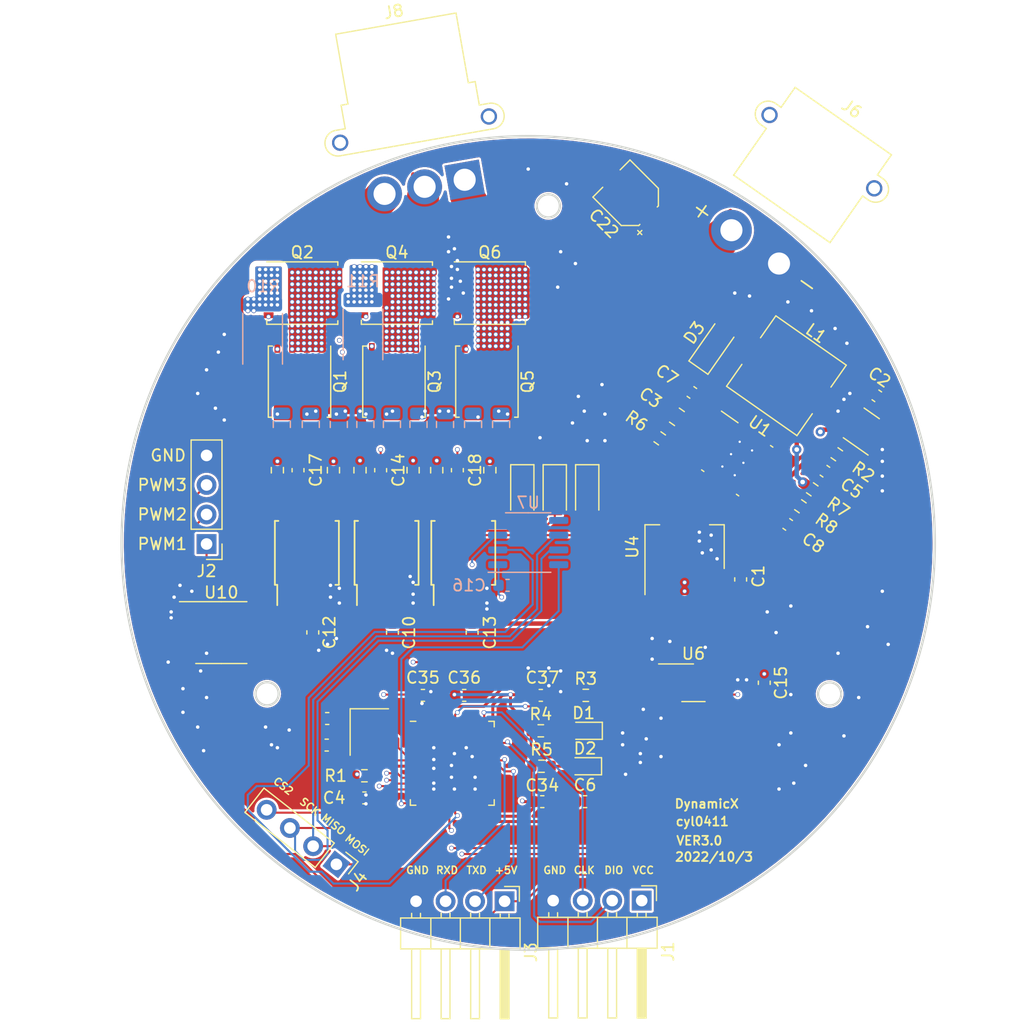
<source format=kicad_pcb>
(kicad_pcb (version 20211014) (generator pcbnew)
  (layers (0 "F.Cu" signal "Top Layer") (1 "In1.Cu" signal "PWR") (2 "In2.Cu" signal "GND") (31 "B.Cu" signal "Bottom Layer") (34 "B.Paste" user) (35 "F.Paste" user) (36 "B.SilkS" user "B.Silkscreen") (37 "F.SilkS" user "F.Silkscreen") (38 "B.Mask" user) (39 "F.Mask" user) (44 "Edge.Cuts" user))
  (net 0 "")
  (net 1 "+5V")
  (net 2 "GND")
  (net 3 "+12V")
  (net 4 "Net-(C4-Pad1)")
  (net 5 "Net-(C5-Pad1)")
  (net 6 "Net-(C6-Pad1)")
  (net 7 "Net-(C7-Pad1)")
  (net 8 "Net-(C7-Pad2)")
  (net 9 "Net-(C8-Pad2)")
  (net 10 "/OSC_OUT")
  (net 11 "/SH_A")
  (net 12 "/OSC_IN")
  (net 13 "/SH_B")
  (net 14 "+3.3V")
  (net 15 "Net-(D1-Pad1)")
  (net 16 "Net-(D1-Pad2)")
  (net 17 "Net-(D2-Pad2)")
  (net 18 "/SWDIO")
  (net 19 "/SWCLK")
  (net 20 "/TXD")
  (net 21 "/RXD")
  (net 22 "/MOSI")
  (net 23 "/MISO")
  (net 24 "/SCLK")
  (net 25 "/PWM1")
  (net 26 "/PWM2")
  (net 27 "/PWM3")
  (net 28 "/SH_C")
  (net 29 "/GH_A")
  (net 30 "/GL_A")
  (net 31 "/SL_A")
  (net 32 "/GH_B")
  (net 33 "/GL_B")
  (net 34 "/SL_B")
  (net 35 "/GH_C")
  (net 36 "/GL_C")
  (net 37 "Net-(R2-Pad1)")
  (net 38 "Net-(R3-Pad1)")
  (net 39 "Net-(R6-Pad1)")
  (net 46 "/CS1")
  (net 47 "/CS2")
  (net 63 "/SO1")
  (net 64 "/SO2")
  (net 69 "/MODE")
  (net 70 "/ADC1")
  (net 71 "+24V")
  (net 72 "Net-(C14-Pad1)")
  (net 73 "Net-(C17-Pad1)")
  (net 74 "Net-(C18-Pad1)")
  (net 75 "Net-(R9-Pad2)")
  (net 76 "Net-(R12-Pad2)")
  (net 77 "Net-(R13-Pad2)")
  (net 78 "Net-(R14-Pad2)")
  (net 79 "Net-(R15-Pad2)")
  (net 80 "Net-(R16-Pad2)")
  (net 81 "/PWMB")
  (net 82 "/PWMC")
  (net 83 "/PWMA")
  (footprint "Diode_SMD:D_SOD-123" (layer "F.Cu") (at 167.386 96.52 -90)
    (fp_text reference "D4" hide)
    (fp_text value "DIODE")
  )
  (footprint "Package_TO_SOT_SMD:TDSON-8-1" (layer "F.Cu") (at 161.544 87.122 -90)
    (fp_text reference "Q5")
    (fp_text value "CSD18540Q5B")
  )
  (footprint "Resistor_SMD:R_0603_1608Metric" (layer "F.Cu") (at 143.51 94.742 -90)
    (fp_text reference "R13" hide)
    (fp_text value "20R")
  )
  (footprint "Resistor_SMD:R_0603_1608Metric" (layer "F.Cu") (at 176.420599 92.001882 145)
    (fp_text reference "R6")
    (fp_text value "225k")
  )
  (footprint "Capacitor_SMD:C_0603_1608Metric" (layer "F.Cu") (at 166.311 123.258 180)
    (fp_text reference "C34")
    (fp_text value "100nF")
  )
  (footprint "Capacitor_SMD:C_0603_1608Metric" (layer "F.Cu") (at 152.4 94.742 90)
    (fp_text reference "C14")
    (fp_text value "100nF")
  )
  (footprint "Package_SO:TSSOP-20_4.4x5mm_P0.5mm" (layer "F.Cu") (at 138.684 108.712)
    (fp_text reference "U10")
    (fp_text value "74HC244")
  )
  (footprint "Package_TO_SOT_SMD:TDSON-8-1" (layer "F.Cu") (at 145.415 87.122 -90)
    (fp_text reference "Q1")
    (fp_text value "CSD18540Q5B")
  )
  (footprint "Package_TO_SOT_SMD:SOT-23-5" (layer "F.Cu") (at 193.775002 91.130342 145)
    (fp_text reference "U2" hide)
    (fp_text value "RT9013")
  )
  (footprint "Diode_SMD:D_SOD-123" (layer "F.Cu") (at 170.18 96.52 -90)
    (fp_text reference "D5" hide)
    (fp_text value "DIODE")
  )
  (footprint "Resistor_SMD:R_0603_1608Metric" (layer "F.Cu") (at 148.336 94.742 -90)
    (fp_text reference "R14" hide)
    (fp_text value "20R")
  )
  (footprint "Capacitor_SMD:C_0603_1608Metric" (layer "F.Cu") (at 183.388 104.14 90)
    (fp_text reference "C1")
    (fp_text value "1uF")
  )
  (footprint "Package_SO:SOIC-8W_5.3x5.3mm_P1.27mm" (layer "F.Cu") (at 152.908 101.854 90)
    (fp_text reference "U5" hide)
    (fp_text value "IR2104")
  )
  (footprint "Resistor_SMD:R_0603_1608Metric" (layer "F.Cu") (at 170.057 114.114)
    (fp_text reference "R3")
    (fp_text value "10k")
  )
  (footprint "Capacitor_SMD:C_0603_1608Metric" (layer "F.Cu") (at 153.416 108.712 -90)
    (fp_text reference "C10")
    (fp_text value "100nF")
  )
  (footprint "Capacitor_SMD:C_0603_1608Metric" (layer "F.Cu") (at 166.184 114.114 180)
    (fp_text reference "C37")
    (fp_text value "100nF")
  )
  (footprint "Capacitor_SMD:C_0603_1608Metric" (layer "F.Cu") (at 159.004 94.742 90)
    (fp_text reference "C18")
    (fp_text value "100nF")
  )
  (footprint "Capacitor_SMD:C_0603_1608Metric" (layer "F.Cu") (at 147.799 116.107 180)
    (fp_text reference "C9" hide)
    (fp_text value "22pF")
  )
  (footprint "Resistor_SMD:R_0603_1608Metric" (layer "F.Cu") (at 150.622 94.742 -90)
    (fp_text reference "R9" hide)
    (fp_text value "20R")
  )
  (footprint "Package_SO:VSSOP-8_3.0x3.0mm_P0.65mm" (layer "F.Cu") (at 179.324 113.03)
    (fp_text reference "U6")
    (fp_text value "INA2180")
  )
  (footprint "Capacitor_SMD:C_0805_2012Metric" (layer "F.Cu") (at 177.90208 90.152732 145)
    (fp_text reference "C3")
    (fp_text value "10uF")
  )
  (footprint "Package_TO_SOT_SMD:TDSON-8-1" (layer "F.Cu") (at 153.543 87.122 -90)
    (fp_text reference "Q3")
    (fp_text value "CSD18540Q5B")
  )
  (footprint "Capacitor_SMD:C_0603_1608Metric" (layer "F.Cu") (at 146.558 108.699 -90)
    (fp_text reference "C12")
    (fp_text value "100nF")
  )
  (footprint "Connector_PinHeader_2.54mm:PinHeader_1x04_P2.54mm_Vertical" (layer "F.Cu") (at 148.59 128.651 -128)
    (fp_text reference "J4")
    (fp_text value "TMC4671")
  )
  (footprint "Resistor_SMD:R_0603_1608Metric" (layer "F.Cu") (at 155.194 94.742 -90)
    (fp_text reference "R12" hide)
    (fp_text value "20R")
  )
  (footprint "Connector_PinHeader_2.54mm:PinHeader_1x04_P2.54mm_Horizontal" (layer "F.Cu") (at 174.869 131.769 -90)
    (fp_text reference "J1")
    (fp_text value "SWD")
  )
  (footprint "Capacitor_SMD:C_0603_1608Metric" (layer "F.Cu") (at 187.437255 99.405748 -35)
    (fp_text reference "C8")
    (fp_text value "100nF")
  )
  (footprint "Resistor_SMD:R_0603_1608Metric" (layer "F.Cu") (at 161.798 94.742 -90)
    (fp_text reference "R16" hide)
    (fp_text value "20R")
  )
  (footprint "Capacitor_SMD:C_0603_1608Metric" (layer "F.Cu") (at 156.037 114.114 180)
    (fp_text reference "C35")
    (fp_text value "100nF")
  )
  (footprint "Capacitor_SMD:C_0603_1608Metric" (layer "F.Cu") (at 169.994 123.258)
    (fp_text reference "C6")
    (fp_text value "4.7uF")
  )
  (footprint "Package_TO_SOT_SMD:TDSON-8-1" (layer "F.Cu") (at 161.798 79.502)
    (fp_text reference "Q6")
    (fp_text value "CSD18540Q5B")
  )
  (footprint "Package_SO:SOIC-8W_5.3x5.3mm_P1.27mm" (layer "F.Cu") (at 159.512 101.854 90)
    (fp_text reference "U9" hide)
    (fp_text value "IR2104")
  )
  (footprint "Capacitor_SMD:C_0603_1608Metric" (layer "F.Cu") (at 195.107134 88.34219 145)
    (fp_text reference "C2")
    (fp_text value "1uF")
  )
  (footprint "Package_SO:SOIC-8W_5.3x5.3mm_P1.27mm" (layer "F.Cu") (at 146.05 101.854 90)
    (fp_text reference "U8" hide)
    (fp_text value "IR2104")
  )
  (footprint "Connector_AMASS:AMASS_XT30PW-M_1x02_P2.50mm_Horizontal" (layer "F.Cu") (at 186.69 76.962 -35)
    (fp_text reference "J6")
    (fp_text value "Conn_01x02")
  )
  (footprint "Connector_AMASS:AMASS_MR30PW-FB_1x03_P3.50mm_Horizontal" (layer "F.Cu") (at 159.629596 69.754395 10)
    (fp_text reference "J8")
    (fp_text value "Conn_01x03")
  )
  (footprint "Package_TO_SOT_SMD:TDSON-8-1" (layer "F.Cu") (at 153.797 79.502)
    (fp_text reference "Q4")
    (fp_text value "CSD18540Q5B")
  )
  (footprint "Package_TO_SOT_SMD:TDSON-8-1" (layer "F.Cu") (at 145.654 79.502)
    (fp_text reference "Q2")
    (fp_text value "CSD18540Q5B")
  )
  (footprint "Capacitor_SMD:C_0603_1608Metric" (layer "F.Cu") (at 151.003 122.936)
    (fp_text reference "C4")
    (fp_text value "100nF")
  )
  (footprint "Capacitor_SMD:C_0603_1608Metric" (layer "F.Cu") (at 145.288 94.742 90)
    (fp_text reference "C17")
    (fp_text value "100nF")
  )
  (footprint "Package_SO:Texas_R-PDSO-G8_EP2.95x4.9mm_Mask2.4x3.1mm_ThermalVias" (layer "F.Cu") (at 183.091253 93.735677 -35)
    (fp_text reference "U1")
    (fp_text value "TPS54540")
  )
  (footprint "LED_SMD:LED_0603_1608Metric" (layer "F.Cu") (at 169.93 120.21 180)
    (fp_text reference "D2")
    (fp_text value "LED")
  )
  (footprint "Diode_SMD:D_SOD-123" (layer "F.Cu") (at 164.592 96.52 -90)
    (fp_text reference "D6" hide)
    (fp_text value "DIODE")
  )
  (footprint "Capacitor_SMD:C_0603_1608Metric" (layer "F.Cu") (at 159.593 114.114 180)
    (fp_text reference "C36")
    (fp_text value "100nF")
  )
  (footprint "Capacitor_SMD:C_0603_1608Metric" (layer "F.Cu") (at 147.7565 118.393 180)
    (fp_text reference "C11" hide)
    (fp_text value "22pF")
  )
  (footprint "Capacitor_SMD:C_0603_1608Metric" (layer "F.Cu") (at 179.188679 88.048654 145)
    (fp_text reference "C7")
    (fp_text value "100nF")
  )
  (footprint "Connector_PinHeader_2.54mm:PinHeader_1x04_P2.54mm_Horizontal" (layer "F.Cu") (at 163.068 131.826 -90)
    (fp_text reference "J3")
    (fp_text value "UART")
  )
  (footprint "Resistor_SMD:R_0603_1608Metric" (layer "F.Cu") (at 166.184 117.162)
    (fp_text reference "R4")
    (fp_text value "10k")
  )
  (footprint "Capacitor_SMD:C_0603_1608Metric" (layer "F.Cu") (at 185.42 113.03 -90)
    (fp_text reference "C15")
    (fp_text value "1uF")
  )
  (footprint "Resistor_SMD:R_0603_1608Metric" (layer "F.Cu") (at 189.549738 96.388813 -35)
    (fp_text reference "R7")
    (fp_text value "210k")
  )
  (footprint "Capacitor_SMD:C_0603_1608Metric" (layer "F.Cu") (at 160.274 108.712 -90)
    (fp_text reference "C13")
    (fp_text value "100nF")
  )
  (footprint "Resistor_SMD:R_0603_1608Metric" (layer "F.Cu") (at 157.226 94.742 -90)
    (fp_text reference "R15" hide)
    (fp_text value "20R")
  )
  (footprint "Resistor_SMD:R_0603_1608Metric" (layer "F.Cu") (at 191.662219 93.371876 -35)
    (fp_text reference "R2")
    (fp_text value "25k")
  )
  (footprint "Capacitor_SMD:C_0603_1608Metric" (layer "F.Cu") (at 190.642401 94.828326 -35)
    (fp_text reference "C5")
    (fp_text value "6.8nF")
  )
  (footprint "Connector_PinHeader_2.54mm:PinHeader_1x04_P2.54mm_Vertical" (layer "F.Cu") (at 137.414 101.092 180)
    (fp_text reference "J2")
    (fp_text value "TMC4671")
  )
  (footprint "Capacitor_SMD:CP_Elec_4x5.4" (layer "F.Cu") (at 173.863 71.247 135)
    (fp_text reference "C22")
    (fp_text value "C_Polarized")
  )
  (footprint "Resistor_SMD:R_0603_1608Metric" (layer "F.Cu") (at 151.003 121.031 180)
    (fp_text reference "R1")
    (fp_text value "10k")
  )
  (footprint "Diode_SMD:D_SOD-123" (layer "F.Cu") (at 181.041188 84.07449 55)
    (fp_text reference "D3")
    (fp_text value "DIODE")
  )
  (footprint "Crystal:Crystal_SMD_3225-4Pin_3.2x2.5mm" (layer "F.Cu") (at 151.423 117.2665 -90)
    (fp_text reference "Y1" hide)
    (fp_text value "Crystal_GND24")
  )
  (footprint "Resistor_SMD:R_0603_1608Metric" (layer "F.Cu") (at 166.247 120.21)
    (fp_text reference "R5")
    (fp_text value "10k")
  )
  (footprint "Package_DFN_QFN:QFN-48-1EP_7x7mm_P0.5mm_EP5.6x5.6mm" (layer "F.Cu") (at 158.564 119.956)
    (fp_text reference "U3" hide)
    (fp_text value "STM32F401CCUx")
  )
  (footprint "Resistor_SMD:R_0603_1608Metric" (layer "F.Cu") (at 188.529919 97.845266 -35)
    (fp_text reference "R8")
    (fp_text value "15k")
  )
  (footprint "Package_TO_SOT_SMD:SOT-223-3_TabPin2" (layer "F.Cu") (at 178.562 101.346 90)
    (fp_text reference "U4")
    (fp_text value "AMS1117-5.0")
  )
  (footprint "Inductor_SMD:L_7.3x7.3_H4.5" (layer "F.Cu") (at 187.325 86.614 -35)
    (fp_text reference "L1")
    (fp_text value "6.5uH")
  )
  (footprint "LED_SMD:LED_0603_1608Metric" (layer "F.Cu") (at 169.994 117.162 180)
    (fp_text reference "D1")
    (fp_text value "LED")
  )
  (footprint "Capacitor_SMD:C_0805_2012Metric" (layer "B.Cu") (at 153.37 90.807 -90)
    (fp_text reference "C33" hide)
    (fp_text value "10uF")
  )
  (footprint "Capacitor_SMD:C_0603_1608Metric" (layer "B.Cu") (at 163.322 104.648)
    (fp_text reference "C16")
    (fp_text value "1uF")
  )
  (footprint "Capacitor_SMD:C_0805_2012Metric" (layer "B.Cu") (at 143.891 90.805 -90)
    (fp_text reference "C24" hide)
    (fp_text value "10uF")
  )
  (footprint "Capacitor_SMD:C_0805_2012Metric" (layer "B.Cu") (at 148.798 90.807 -90)
    (fp_text reference "C26" hide)
    (fp_text value "10uF")
  )
  (footprint "Capacitor_SMD:C_0805_2012Metric" (layer "B.Cu") (at 160.355 90.807 -90)
    (fp_text reference "C29" hide)
    (fp_text value "10uF")
  )
  (footprint "Package_SO:SOP-8_3.9x4.9mm_P1.27mm" (layer "B.Cu") (at 165.1 100.965)
    (fp_text reference "U7")
    (fp_text value "MT6701")
  )
  (footprint "Resistor_SMD:R_2512_6332Metric" (layer "B.Cu") (at 142.24 83.439 -90)
    (fp_text reference "R10")
    (fp_text value "0.01R")
  )
  (footprint "Resistor_SMD:R_2512_6332Metric" (layer "B.Cu") (at 150.876 83.058 -90)
    (fp_text reference "R11")
    (fp_text value "0.01R")
  )
  (footprint "Capacitor_SMD:C_0805_2012Metric" (layer "B.Cu") (at 157.942 90.807 -90)
    (fp_text reference "C30" hide)
    (fp_text value "10uF")
  )
  (footprint "Capacitor_SMD:C_0805_2012Metric" (layer "B.Cu") (at 151.084 90.807 -90)
    (fp_text reference "C32" hide)
    (fp_text value "10uF")
  )
  (footprint "Capacitor_SMD:C_0805_2012Metric" (layer "B.Cu") (at 162.768 90.807 -90)
    (fp_text reference "C27" hide)
    (fp_text value "10uF")
  )
  (footprint "Capacitor_SMD:C_0805_2012Metric" (layer "B.Cu") (at 146.385 90.807 -90)
    (fp_text reference "C25" hide)
    (fp_text value "10uF")
  )
  (footprint "Capacitor_SMD:C_0805_2012Metric" (layer "B.Cu") (at 155.656 90.807 -90)
    (fp_text reference "C31" hide)
    (fp_text value "10uF")
  )
  (gr_circle (center 142.62644 113.974884) (end 143.12644 114.840909) (layer "Edge.Cuts") (width 0.2) (fill none))
  (gr_circle (center 165.1 100.999768) (end 182.6 131.310657) (layer "Edge.Cuts") (width 0.2) (fill none))
  (gr_circle (center 166.831206 71.998768) (end 167.331205 72.864792) (layer "Edge.Cuts") (width 0.2) (fill none))
  (gr_circle (center 191.047055 113.991849) (end 191.547055 114.857875) (layer "Edge.Cuts") (width 0.2) (fill none))
  (gr_text "TXD" (at 160.655 129.159) (layer "F.SilkS") (effects (font (size 0.635 0.635) (thickness 0.127))))
  (gr_text "MOSI" (at 150.368 127 -38) (layer "F.SilkS") (effects (font (size 0.635 0.635) (thickness 0.127))))
  (gr_text "CLK" (at 169.926 129.159) (layer "F.SilkS") (effects (font (size 0.635 0.635) (thickness 0.127))))
  (gr_text "GND" (at 155.575 129.159) (layer "F.SilkS") (effects (font (size 0.635 0.635) (thickness 0.127))))
  (gr_text "GND" (at 167.386 129.159) (layer "F.SilkS") (effects (font (size 0.635 0.635) (thickness 0.127))))
  (gr_text "VCC" (at 175.006 129.159) (layer "F.SilkS") (effects (font (size 0.635 0.635) (thickness 0.127))))
  (gr_text "VER3.0" (at 179.832 126.619) (layer "F.SilkS") (effects (font (size 0.762 0.762) (thickness 0.1524))))
  (gr_text "SCK" (at 146.304 123.698 -38) (layer "F.SilkS") (effects (font (size 0.635 0.635) (thickness 0.127))))
  (gr_text "CS2" (at 144.018 121.92 -38) (layer "F.SilkS") (effects (font (size 0.635 0.635) (thickness 0.127))))
  (gr_text "MISO" (at 148.336 125.222 -38) (layer "F.SilkS") (effects (font (size 0.635 0.635) (thickness 0.127))))
  (gr_text "DIO" (at 172.466 129.159) (layer "F.SilkS") (effects (font (size 0.635 0.635) (thickness 0.127))))
  (gr_text "2022/10/3" (at 181.102 128.016) (layer "F.SilkS") (effects (font (size 0.762 0.762) (thickness 0.1524))))
  (gr_text "RXD" (at 158.115 129.159) (layer "F.SilkS") (effects (font (size 0.635 0.635) (thickness 0.127))))
  (gr_text "PWM2" (at 133.604 98.552) (layer "F.SilkS") (effects (font (size 1 1))))
  (gr_text "PWM3" (at 133.604 96.012) (layer "F.SilkS") (effects (font (size 1 1))))
  (gr_text "PWM1" (at 133.604 101.092) (layer "F.SilkS") (effects (font (size 1 1))))
  (gr_text "GND" (at 134.112 93.472) (layer "F.SilkS") (effects (font (size 1 1))))
  (gr_text "cyl0411" (at 180.086 124.968) (layer "F.SilkS") (effects (font (size 0.762 0.762) (thickness 0.1524))))
  (gr_text "+5V" (at 163.195 129.159) (layer "F.SilkS") (effects (font (size 0.635 0.635) (thickness 0.127))))
  (gr_text "DynamicX" (at 180.467 123.444) (layer "F.SilkS") (effects (font (size 0.762 0.762) (thickness 0.1524))))
  (via (at 148.844 83.566) (size 0.4) (drill 0.3) (layers "F.Cu" "B.Cu") (net 0))
  (via (at 149.098 84.582) (size 0.4) (drill 0.3) (layers "F.Cu" "B.Cu") (net 0))
  (segment (start 139.446 107.188) (end 140.208 106.426) (width 0.1778) (layer "F.Cu") (net 1))
  (segment (start 163.068 131.826) (end 161.036 133.858) (width 0.1778) (layer "F.Cu") (net 1))
  (segment (start 195.741977 90.514299) (end 195.251685 91.004591) (width 0.381) (layer "F.Cu") (net 1))
  (segment (start 194.16189 92.56098) (end 193.548 91.94709) (width 0.381) (layer "F.Cu") (net 1))
  (segment (start 161.036 133.858) (end 154.94 133.858) (width 0.1778) (layer "F.Cu") (net 1))
  (segment (start 181.524 112.055) (end 185.22 112.055) (width 0.1778) (layer "F.Cu") (net 1))
  (segment (start 180.848 129.54) (end 167.132 129.54) (width 0.1778) (layer "F.Cu") (net 1))
  (segment (start 194.056 90.678) (end 194.925094 90.678) (width 0.381) (layer "F.Cu") (net 1))
  (segment (start 140.208 106.426) (end 141.5105 106.426) (width 0.1778) (layer "F.Cu") (net 1))
  (segment (start 143.764 127.762) (end 141.478 125.476) (width 0.1778) (layer "F.Cu") (net 1))
  (segment (start 184.912 102.108) (end 191.008 102.108) (width 0.381) (layer "F.Cu") (net 1))
  (segment (start 178.562 104.394) (end 178.562 98.196) (width 0.381) (layer "F.Cu") (net 1))
  (segment (start 185.42 112.45141) (end 183.388 114.48341) (width 0.1778) (layer "F.Cu") (net 1))
  (segment (start 152.4 131.318) (end 148.59 131.318) (width 0.1778) (layer "F.Cu") (net 1))
  (segment (start 194.16189 98.95411) (end 194.16189 92.56098) (width 0.381) (layer "F.Cu") (net 1))
  (segment (start 185.22 112.055) (end 185.42 112.255) (width 0.1778) (layer "F.Cu") (net 1))
  (segment (start 145.034 127.762) (end 143.764 127.762) (width 0.1778) (layer "F.Cu") (net 1))
  (segment (start 185.42 112.268) (end 185.42 112.45141) (width 0.1778) (layer "F.Cu") (net 1))
  (segment (start 194.925094 90.678) (end 195.251685 91.004591) (width 0.381) (layer "F.Cu") (net 1))
  (segment (start 191.008 102.108) (end 194.16189 98.95411) (width 0.381) (layer "F.Cu") (net 1))
  (segment (start 139.446 122.682) (end 139.446 107.188) (width 0.1778) (layer "F.Cu") (net 1))
  (segment (start 193.548 91.94709) (end 193.548 91.186) (width 0.381) (layer "F.Cu") (net 1))
  (segment (start 181 98.196) (end 184.912 102.108) (width 0.381) (layer "F.Cu") (net 1))
  (segment (start 195.741977 88.786712) (end 195.741977 90.514299) (width 0.381) (layer "F.Cu") (net 1))
  (segment (start 141.478 124.714) (end 139.446 122.682) (width 0.1778) (layer "F.Cu") (net 1))
  (segment (start 141.478 125.476) (end 141.478 124.714) (width 0.1778) (layer "F.Cu") (net 1))
  (segment (start 141.5105 106.426) (end 141.5465 106.462) (width 0.1778) (layer "F.Cu") (net 1))
  (segment (start 154.94 133.858) (end 152.4 131.318) (width 0.1778) (layer "F.Cu") (net 1))
  (segment (start 178.562 104.496) (end 178.562 104.394) (width 0.381) (layer "F.Cu") (net 1))
  (segment (start 167.132 129.54) (end 164.846 131.826) (width 0.1778) (layer "F.Cu") (net 1))
  (segment (start 178.562 98.196) (end 181 98.196) (width 0.381) (layer "F.Cu") (net 1))
  (segment (start 193.548 91.186) (end 194.056 90.678) (width 0.381) (layer "F.Cu") (net 1))
  (segment (start 164.846 131.826) (end 163.068 131.826) (width 0.1778) (layer "F.Cu") (net 1))
  (segment (start 148.59 131.318) (end 145.034 127.762) (width 0.1778) (layer "F.Cu") (net 1))
  (segment (start 183.388 127) (end 180.848 129.54) (width 0.1778) (layer "F.Cu") (net 1))
  (segment (start 183.388 114.48341) (end 183.388 127) (width 0.1778) (layer "F.Cu") (net 1))
  (via (at 185.42 112.268) (size 0.4) (drill 0.3) (layers "F.Cu" "B.Cu") (net 1))
  (via (at 178.562 105.156) (size 0.4) (drill 0.3) (layers "F.Cu" "B.Cu") (net 1))
  (via (at 178.562 104.394) (size 0.4) (drill 0.3) (layers "F.Cu" "B.Cu") (net 1))
  (via (at 162.814 105.664) (size 0.4) (drill 0.3) (layers "F.Cu" "B.Cu") (net 1))
  (segment (start 162.547 104.648) (end 162.547 102.942) (width 0.1778) (layer "B.Cu") (net 1))
  (segment (start 162.547 105.397) (end 162.814 105.664) (width 0.1778) (layer "B.Cu") (net 1))
  (segment (start 162.547 102.942) (end 162.475 102.87) (width 0.1778) (layer "B.Cu") (net 1))
  (segment (start 162.547 104.648) (end 162.547 105.397) (width 0.1778) (layer "B.Cu") (net 1))
  (segment (start 135.854 110.962) (end 136.906 112.014) (width 0.1778) (layer "F.Cu") (net 2))
  (segment (start 155.1265 120.706) (end 157.814 120.706) (width 0.1778) (layer "F.Cu") (net 2))
  (segment (start 157.814 120.706) (end 158.564 119.956) (width 0.1778) (layer "F.Cu") (net 2))
  (segment (start 135.8215 110.962) (end 135.854 110.962) (width 0.1778) (layer "F.Cu") (net 2))
  (segment (start 156.314 116.5185) (end 156.314 117.706) (width 0.1778) (layer "F.Cu") (net 2))
  (segment (start 160.814 122.206) (end 158.564 119.956) (width 0.1778) (layer "F.Cu") (net 2))
  (segment (start 181.524 113.355) (end 182.555 113.355) (width 0.1778) (layer "F.Cu") (net 2))
  (segment (start 135.8215 105.9865) (end 135.89 105.918) (width 0.1778) (layer "F.Cu") (net 2))
  (segment (start 160.814 117.706) (end 158.564 119.956) (width 0.1778) (layer "F.Cu") (net 2))
  (segment (start 182.555 113.355) (end 183.134 112.776) (width 0.1778) (layer "F.Cu") (net 2))
  (segment (start 175.768 112.2518) (end 175.768 110.998) (width 0.1778) (layer "F.Cu") (net 2))
  (segment (start 135.8215 106.462) (end 135.8215 105.9865) (width 0.1778) (layer "F.Cu") (net 2))
  (segment (start 156.314 117.706) (end 158.564 119.956) (width 0.1778) (layer "F.Cu") (net 2))
  (segment (start 176.2212 112.705) (end 175.768 112.2518) (width 0.1778) (layer "F.Cu") (net 2))
  (segment (start 160.814 123.3935) (end 160.814 122.206) (width 0.1778) (layer "F.Cu") (net 2))
  (segment (start 162.0015 117.706) (end 160.814 117.706) (width 0.1778) (layer "F.Cu") (net 2))
  (segment (start 177.124 112.705) (end 176.2212 112.705) (width 0.1778) (layer "F.Cu") (net 2))
  (via (at 196.088 109.728) (size 0.4) (drill 0.3) (layers "F.Cu" "B.Cu") (net 2))
  (via (at 173.482 120.904) (size 0.4) (drill 0.3) (layers "F.Cu" "B.Cu") (net 2))
  (via (at 180.34 109.982) (size 0.4) (drill 0.3) (layers "F.Cu" "B.Cu") (net 2))
  (via (at 187.452 80.264) (size 0.4) (drill 0.3) (layers "F.Cu" "B.Cu") (net 2))
  (via (at 171.704 89.916) (size 0.4) (drill 0.3) (layers "F.Cu" "B.Cu") (net 2))
  (via (at 154.94 103.886) (size 0.4) (drill 0.3) (layers "F.Cu" "B.Cu") (net 2))
  (via (at 182.88 79.502) (size 0.4) (drill 0.3) (layers "F.Cu" "B.Cu") (net 2))
  (via (at 180.086 101.854) (size 0.4) (drill 0.3) (layers "F.Cu" "B.Cu") (net 2))
  (via (at 165.1 111.76) (size 0.4) (drill 0.3) (layers "F.Cu" "B.Cu") (net 2))
  (via (at 136.144 105.156) (size 0.4) (drill 0.3) (layers "F.Cu" "B.Cu") (net 2))
  (via (at 161.544 104.902) (size 0.4) (drill 0.3) (layers "F.Cu" "B.Cu") (net 2))
  (via (at 165.1 68.834) (size 0.4) (drill 0.3) (layers "F.Cu" "B.Cu") (net 2))
  (via (at 137.16 118.872) (size 0.4) (drill 0.3) (layers "F.Cu" "B.Cu") (net 2))
  (via (at 175.26 117.856) (size 0.4) (drill 0.3) (layers "F.Cu" "B.Cu") (net 2))
  (via (at 186.436 108.712) (size 0.4) (drill 0.3) (layers "F.Cu" "B.Cu") (net 2))
  (via (at 175.768 109.22) (size 0.4) (drill 0.3) (layers "F.Cu" "B.Cu") (net 2))
  (via (at 195.58 96.52) (size 0.4) (drill 0.3) (layers "F.Cu" "B.Cu") (net 2))
  (via (at 156.972 120.396) (size 0.4) (drill 0.3) (layers "F.Cu" "B.Cu") (net 2))
  (via (at 144.526 117.094) (size 0.4) (drill 0.3) (layers "F.Cu" "B.Cu") (net 2))
  (via (at 155.194 106.172) (size 0.4) (drill 0.3) (layers "F.Cu" "B.Cu") (net 2))
  (via (at 158.496 120.142) (size 0.4) (drill 0.3) (layers "F.Cu" "B.Cu") (net 2))
  (via (at 176.53 116.078) (size 0.4) (drill 0.3) (layers "F.Cu" "B.Cu") (net 2))
  (via (at 187.706 114.046) (size 0.4) (drill 0.3) (layers "F.Cu" "B.Cu") (net 2))
  (via (at 159.004 77.47) (size 0.4) (drill 0.3) (layers "F.Cu" "B.Cu") (net 2))
  (via (at 168.402 70.104) (size 0.4) (drill 0.3) (layers "F.Cu" "B.Cu") (net 2))
  (via (at 195.58 93.98) (size 0.4) (drill 0.3) (layers "F.Cu" "B.Cu") (net 2))
  (via (at 169.164 76.962) (size 0.4) (drill 0.3) (layers "F.Cu" "B.Cu") (net 2))
  (via (at 175.006 115.316) (size 0.4) (drill 0.3) (layers "F.Cu" "B.Cu") (net 2))
  (via (at 159.512 79.502) (size 0.4) (drill 0.3) (layers "F.Cu" "B.Cu") (net 2))
  (via (at 159.258 78.486) (size 0.4) (drill 0.3) (layers "F.Cu" "B.Cu") (net 2))
  (via (at 186.69 122.174) (size 0.4) (drill 0.3) (layers "F.Cu" "B.Cu") (net 2))
  (via (at 148.082 105.664) (size 0.4) (drill 0.3) (layers "F.Cu" "B.Cu") (net 2))
  (via (at 167.894 112.014) (size 0.4) (drill 0.3) (layers "F.Cu" "B.Cu") (net 2))
  (via (at 134.366 106.934) (size 0.4) (drill 0.3) (layers "F.Cu" "B.Cu") (net 2))
  (via (at 135.128 104.648) (size 0.4) (drill 0.3) (layers "F.Cu" "B.Cu") (net 2))
  (via (at 158.496 121.158) (size 0.4) (drill 0.3) (layers "F.Cu" "B.Cu") (net 2))
  (via (at 179.832 100.838) (size 0.4) (drill 0.3) (layers "F.Cu" "B.Cu") (net 2))
  (via (at 167.64 78.994) (size 0.4) (drill 0.3) (layers "F.Cu" "B.Cu") (net 2))
  (via (at 134.112 111.252) (size 0.4) (drill 0.3) (layers "F.Cu" "B.Cu") (net 2))
  (via (at 148.082 104.648) (size 0.4) (drill 0.3) (layers "F.Cu" "B.Cu") (net 2))
  (via (at 156.972 119.634) (size 0.4) (drill 0.3) (layers "F.Cu" "B.Cu") (net 2))
  (via (at 135.382 115.57) (size 0.4) (drill 0.3) (layers "F.Cu" "B.Cu") (net 2))
  (via (at 136.652 116.84) (size 0.4) (drill 0.3) (layers "F.Cu" "B.Cu") (net 2))
  (via (at 137.414 86.106) (size 0.4) (drill 0.3) (layers "F.Cu" "B.Cu") (net 2))
  (via (at 180.848 100.33) (size 0.4) (drill 0.3) (layers "F.Cu" "B.Cu") (net 2))
  (via (at 160.274 119.38) (size 0.4) (drill 0.3) (layers "F.Cu" "B.Cu") (net 2))
  (via (at 191.516 82.55) (size 0.4) (drill 0.3) (layers "F.Cu" "B.Cu") (net 2))
  (via (at 169.926 89.662) (size 0.4) (drill 0.3) (layers "F.Cu" "B.Cu") (net 2))
  (via (at 156.972 118.618) (size 0.4) (drill 0.3) (layers "F.Cu" "B.Cu") (net 2))
  (via (at 156.718 113.792) (size 0.4) (drill 0.3) (layers "F.Cu" "B.Cu") (net 2))
  (via (at 186.69 118.364) (size 0.4) (drill 0.3) (layers "F.Cu" "B.Cu") (net 2))
  (via (at 158.75 122.174) (size 0.4) (drill 0.3) (layers "F.Cu" "B.Cu") (net 2))
  (via (at 159.004 76.708) (size 0.4) (drill 0.3) (layers "F.Cu" "B.Cu") (net 2))
  (via (at 171.704 92.202) (size 0.4) (drill 0.3) (layers "F.Cu" "B.Cu") (net 2))
  (via (at 187.96 121.666) (size 0.4) (drill 0.3) (layers "F.Cu" "B.Cu") (net 2))
  (via (at 137.414 114.3) (size 0.4) (drill 0.3) (layers "F.Cu" "B.Cu") (net 2))
  (via (at 192.786 88.138) (size 0.4) (drill 0.3) (layers "F.Cu" "B.Cu") (net 2))
  (via (at 160.528 122.174) (size 0.4) (drill 0.3) (layers "F.Cu" "B.Cu") (net 2))
  (via (at 167.894 75.946) (size 0.4) (drill 0.3) (layers "F.Cu" "B.Cu") (net 2))
  (via (at 191.77 89.662) (size 0.4) (drill 0.3) (layers "F.Cu" "B.Cu") (net 2))
  (via (at 171.45 87.376) (size 0.4) (drill 0.3) (layers "F.Cu" "B.Cu") (net 2))
  (via (at 166.116 91.948) (size 0.4) (drill 0.3) (layers "F.Cu" "B.Cu") (net 2))
  (via (at 189.484 81.026) (size 0.4) (drill 0.3) (layers "F.Cu" "B.Cu") (net 2))
  (via (at 161.544 106.68) (size 0.4) (drill 0.3) (layers "F.Cu" "B.Cu") (net 2))
  (via (at 184.15 79.756) (size 0.4) (drill 0.3) (layers "F.Cu" "B.Cu") (net 2))
  (via (at 159.766 118.618) (size 0.4) (drill 0.3) (layers "F.Cu" "B.Cu") (net 2))
  (via (at 138.176 89.408) (size 0.4) (drill 0.3) (layers "F.Cu" "B.Cu") (net 2))
  (via (at 168.91 90.678) (size 0.4) (drill 0.3) (layers "F.Cu" "B.Cu") (net 2))
  (via (at 170.18 92.202) (size 0.4) (drill 0.3) (layers "F.Cu" "B.Cu") (net 2))
  (via (at 156.972 122.174) (size 0.4) (drill 0.3) (layers "F.Cu" "B.Cu") (net 2))
  (via (at 169.418 88.392) (size 0.4) (drill 0.3) (layers "F.Cu" "B.Cu") (net 2))
  (via (at 151.13 123.444) (size 0.4) (drill 0.3) (layers "F.Cu" "B.Cu") (net 2))
  (via (at 136.906 112.014) (size 0.4) (drill 0.3) (layers "F.Cu" "B.Cu") (net 2))
  (via (at 181.356 102.362) (size 0.4) (drill 0.3) (layers "F.Cu" "B.Cu") (net 2))
  (via (at 143.51 118.618) (size 0.4) (drill 0.3) (layers "F.Cu" "B.Cu") (net 2))
  (via (at 153.416 110.49) (size 0.4) (drill 0.3) (layers "F.Cu" "B.Cu") (net 2))
  (via (at 175.768 110.998) (size 0.4) (drill 0.3) (layers "F.Cu" "B.Cu") (net 2))
  (via (at 195.58 105.156) (size 0.4) (drill 0.3) (layers "F.Cu" "B.Cu") (net 2))
  (via (at 177.292 109.474) (size 0.4) (drill 0.3) (layers "F.Cu" "B.Cu") (net 2))
  (via (at 138.43 84.582) (size 0.4) (drill 0.3) (layers "F.Cu" "B.Cu") (net 2))
  (via (at 173.228 118.364) (size 0.4) (drill 0.3) (layers "F.Cu" "B.Cu") (net 2))
  (via (at 174.752 119.126) (size 0.4) (drill 0.3) (layers "F.Cu" "B.Cu") (net 2))
  (via (at 167.894 113.792) (size 0.4) (drill 0.3) (layers "F.Cu" "B.Cu") (net 2))
  (via (at 143.002 118.364) (size 0.4) (drill 0.3) (layers "F.Cu" "B.Cu") (net 2))
  (via (at 138.938 83.058) (size 0.4) (drill 0.3) (layers "F.Cu" "B.Cu") (net 2))
  (via (at 180.848 101.6) (size 0.4) (drill 0.3) (layers "F.Cu" "B.Cu") (net 2))
  (via (at 187.706 106.426) (size 0.4) (drill 0.3) (layers "F.Cu" "B.Cu") (net 2))
  (via (at 185.674 106.934) (size 0.4) (drill 0.3) (layers "F.Cu" "B.Cu") (net 2))
  (via (at 136.652 88.138) (size 0.4) (drill 0.3) (layers "F.Cu" "B.Cu") (net 2))
  (via (at 148.844 106.172) (size 0.4) (drill 0.3) (layers "F.Cu" "B.Cu") (net 2))
  (via (at 192.532 83.82) (size 0.4) (drill 0.3) (layers "F.Cu" "B.Cu") (net 2))
  (via (at 142.494 116.84) (size 0.4) (drill 0.3) (layers "F.Cu" "B.Cu") (net 2))
  (via (at 155.956 114.808) (size 0.4) (drill 0.3) (layers "F.Cu" "B.Cu") (net 2))
  (via (at 194.31 108.204) (size 0.4) (drill 0.3) (layers "F.Cu" "B.Cu") (net 2))
  (via (at 176.53 119.38) (size 0.4) (drill 0.3) (layers "F.Cu" "B.Cu") (net 2))
  (via (at 155.194 105.41) (size 0.4) (drill 0.3) (layers "F.Cu" "B.Cu") (net 2))
  (via (at 195.58 92.964) (size 0.4) (drill 0.3) (layers "F.Cu" "B.Cu") (net 2))
  (via (at 137.414 110.49) (size 0.4) (drill 0.3) (layers "F.Cu" "B.Cu") (net 2))
  (via (at 134.62 105.664) (size 0.4) (drill 0.3) (layers "F.Cu" "B.Cu") (net 2))
  (via (at 138.938 90.424) (size 0.4) (drill 0.3) (layers "F.Cu" "B.Cu") (net 2))
  (via (at 158.242 75.946) (size 0.4) (drill 0.3) (layers "F.Cu" "B.Cu") (net 2))
  (via (at 158.496 78.994) (size 0.4) (drill 0.3) (layers "F.Cu" "B.Cu") (net 2))
  (via (at 158.496 77.216) (size 0.4) (drill 0.3) (layers "F.Cu" "B.Cu") (net 2))
  (via (at 195.58 95.25) (size 0.4) (drill 0.3) (layers "F.Cu" "B.Cu") (net 2))
  (via (at 147.828 109.728) (size 0.4) (drill 0.3) (layers "F.Cu" "B.Cu") (net 2))
  (via (at 156.972 121.666) (size 0.4) (drill 0.3) (layers "F.Cu" "B.Cu") (net 2))
  (via (at 158.242 80.01) (size 0.4) (drill 0.3) (layers "F.Cu" "B.Cu") (net 2))
  (via (at 174.752 119.888) (size 0.4) (drill 0.3) (layers "F.Cu" "B.Cu") (net 2))
  (via (at 148.844 104.902) (size 0.4) (drill 0.3) (layers "F.Cu" "B.Cu") (net 2))
  (via (at 147.066 110.236) (size 0.4) (drill 0.3) (layers "F.Cu" "B.Cu") (net 2))
  (via (at 151.13 122.682) (size 0.4) (drill 0.3) (layers "F.Cu" "B.Cu") (net 2))
  (via (at 161.544 106.172) (size 0.4) (drill 0.3) (layers "F.Cu" "B.Cu") (net 2))
  (via (at 166.878 113.284) (size 0.4) (drill 0.3) (layers "F.Cu" "B.Cu") (net 2))
  (via (at 158.75 75.692) (size 0.4) (drill 0.3) (layers "F.Cu" "B.Cu") (net 2))
  (via (at 187.706 117.348) (size 0.4) (drill 0.3) (layers "F.Cu" "B.Cu") (net 2))
  (via (at 191.77 110.49) (size 0.4) (drill 0.3) (layers "F.Cu" "B.Cu") (net 2))
  (via (at 179.832 100.076) (size 0.4) (drill 0.3) (layers "F.Cu" "B.Cu") (net 2))
  (via (at 192.278 117.602) (size 0.4) (drill 0.3) (layers "F.Cu" "B.Cu") (net 2))
  (via (at 158.242 74.676) (size 0.4) (drill 0.3) (layers "F.Cu" "B.Cu") (net 2))
  (via (at 155.194 104.394) (size 0.4) (drill 0.3) (layers "F.Cu" "B.Cu") (net 2))
  (via (at 188.976 120.142) (size 0.4) (drill 0.3) (layers "F.Cu" "B.Cu") (net 2))
  (via (at 173.228 117.348) (size 0.4) (drill 0.3) (layers "F.Cu" "B.Cu") (net 2))
  (via (at 158.496 78.232) (size 0.4) (drill 0.3) (layers "F.Cu" "B.Cu") (net 2))
  (via (at 193.548 114.3) (size 0.4) (drill 0.3) (layers "F.Cu" "B.Cu") (net 2))
  (via (at 135.382 113.538) (size 0.4) (drill 0.3) (layers "F.Cu" "B.Cu") (net 2))
  (via (at 134.366 107.442) (size 0.4) (drill 0.3) (layers "F.Cu" "B.Cu") (net 2))
  (via (at 166.878 111.76) (size 0.4) (drill 0.3) (layers "F.Cu" "B.Cu") (net 2))
  (via (at 152.908 110.236) (size 0.4) (drill 0.3) (layers "F.Cu" "B.Cu") (net 2))
  (via (at 158.75 119.126) (size 0.4) (drill 0.3) (layers "F.Cu" "B.Cu") (net 2))
  (via (at 192.278 88.646) (size 0.4) (drill 0.3) (layers "F.Cu" "B.Cu") (net 2))
  (via (at 183.896 112.776) (size 0.4) (drill 0.3) (layers "F.Cu" "B.Cu") (net 2))
  (via (at 160.528 121.158) (size 0.4) (drill 0.3) (layers "F.Cu" "B.Cu") (net 2))
  (via (at 148.59 109.22) (size 0.4) (drill 0.3) (layers "F.Cu" "B.Cu") (net 2))
  (via (at 183.134 112.776) (size 0.4) (drill 0.3) (layers "F.Cu" "B.Cu") (net 2))
  (segment (start 188.214 90.181732) (end 188.214 92.964) (width 0.381) (layer "F.Cu") (net 3))
  (segment (start 179.578 107.188) (end 175.26 107.188) (width 0.381) (layer "F.Cu") (net 3))
  (segment (start 146.685 104.267) (end 146.685 105.504) (width 0.381) (layer "F.Cu") (net 3))
  (segment (start 196.85 88.138) (end 195.58 86.868) (width 0.381) (layer "F.Cu") (net 3))
  (segment (start 153.416 104.14) (end 153.67 104.394) (width 0.381) (layer "F.Cu") (net 3))
  (segment (start 173.609 105.537) (end 173.482 105.41) (width 0.381) (layer "F.Cu") (net 3))
  (segment (start 160.147 105.504) (end 160.147 107.81) (width 0.381) (layer "F.Cu") (net 3))
  (segment (start 146.558 105.631) (end 146.685 105.504) (width 0.381) (layer "F.Cu") (net 3))
  (segment (start 153.67 105.377) (end 153.543 105.504) (width 0.381) (layer "F.Cu") (net 3))
  (segment (start 173.482 95.504) (end 172.848 94.87) (width 0.381) (layer "F.Cu") (net 3))
  (segment (start 191.527732 86.868) (end 189.946287 88.449445) (width 0.381) (layer "F.Cu") (net 3))
  (segment (start 146.571 107.937) (end 146.558 107.924) (width 0.381) (layer "F.Cu") (net 3))
  (segment (start 181.281 104.915) (end 180.862 104.496) (width 0.381) (layer "F.Cu") (net 3))
  (segment (start 146.558 107.924) (end 146.558 105.631) (width 0.381) (layer "F.Cu") (net 3))
  (segment (start 153.416 105.631) (end 153.543 105.504) (width 0.381) (layer "F.Cu") (net 3))
  (segment (start 146.304 103.886) (end 146.685 104.267) (width 0.381) (layer "F.Cu") (net 3))
  (segment (start 171.209 107.937) (end 173.609 105.537) (width 0.381) (layer "F.Cu") (net 3))
  (segment (start 173.482 105.41) (end 173.482 95.504) (width 0.381) (layer "F.Cu") (net 3))
  (segment (start 172.848 94.87) (end 164.592 94.87) (width 0.381) (layer "F.Cu") (net 3))
  (segment (start 180.862 105.904) (end 179.578 107.188) (width 0.381) (layer "F.Cu") (net 3))
  (segment (start 157.607 105.504) (end 157.607 104.775) (width 0.381) (layer "F.Cu") (net 3))
  (segment (start 183.388 104.915) (end 190.233 104.915) (width 0.381) (layer "F.Cu") (net 3))
  (segment (start 151.384 104.14) (end 153.416 104.14) (width 0.381) (layer "F.Cu") (net 3))
  (segment (start 144.145 104.521) (end 144.78 103.886) (width 0.381) (layer "F.Cu") (net 3))
  (segment (start 180.862 104.496) (end 180.862 105.904) (width 0.381) (layer "F.Cu") (net 3))
  (segment (start 159.766 104.14) (end 160.274 104.648) (width 0.381) (layer "F.Cu") (net 3))
  (segment (start 160.274 104.648) (end 160.274 105.377) (width 0.381) (layer "F.Cu") (net 3))
  (segment (start 144.145 105.504) (end 144.145 104.521) (width 0.381) (layer "F.Cu") (net 3))
  (segment (start 195.58 86.868) (end 191.527732 86.868) (width 0.381) (layer "F.Cu") (net 3))
  (segment (start 189.946287 88.449445) (end 188.214 90.181732) (width 0.381) (layer "F.Cu") (net 3))
  (segment (start 151.003 105.504) (end 151.003 104.521) (width 0.381) (layer "F.Cu") (net 3))
  (segment (start 157.607 104.775) (end 158.242 104.14) (width 0.381) (layer "F.Cu") (net 3))
  (segment (start 151.003 104.521) (end 151.384 104.14) (width 0.381) (layer "F.Cu") (net 3))
  (segment (start 144.78 103.886) (end 146.304 103.886) (width 0.381) (layer "F.Cu") (net 3))
  (segment (start 190.233 104.915) (end 196.85 98.298) (width 0.381) (layer "F.Cu") (net 3))
  (segment (start 160.147 107.81) (end 160.274 107.937) (width 0.381) (layer "F.Cu") (net 3))
  (segment (start 160.274 105.377) (end 160.147 105.504) (width 0.381) (layer "F.Cu") (net 3))
  (segment (start 160.274 107.937) (end 171.209 107.937) (width 0.381) (layer "F.Cu") (net 3))
  (segment (start 196.85 98.298) (end 196.85 88.138) (width 0.381) (layer "F.Cu") (net 3))
  (segment (start 160.274 107.937) (end 146.571 107.937) (width 0.381) (layer "F.Cu") (net 3))
  (segment (start 183.388 104.915) (end 181.281 104.915) (width 0.381) (layer "F.Cu") (net 3))
  (segment (start 153.416 107.937) (end 153.416 105.631) (width 0.381) (layer "F.Cu") (net 3))
  (segment (start 153.67 104.394) (end 153.67 105.377) (width 0.381) (layer "F.Cu") (net 3))
  (segment (start 158.242 104.14) (end 159.766 104.14) (width 0.381) (layer "F.Cu") (net 3))
  (segment (start 175.26 107.188) (end 173.609 105.537) (width 0.381) (layer "F.Cu") (net 3))
  (via (at 188.214 92.964) (size 0.8) (drill 0.4) (layers "F.Cu" "B.Cu") (net 3))
  (via (at 188.722 95.758) (size 0.8) (drill 0.4) (layers "F.Cu" "B.Cu") (net 3))
  (segment (start 188.214 92.964) (end 188.214 95.25) (width 0.381) (layer "B.Cu") (net 3))
  (segment (start 188.214 95.25) (end 188.722 95.758) (width 0.381) (layer "B.Cu") (net 3))
  (segment (start 155.1265 120.206) (end 152.653 120.206) (width 0.254) (layer "F.Cu") (net 4))
  (segment (start 152.653 120.206) (end 151.828 121.031) (width 0.254) (layer "F.Cu") (net 4))
  (segment (start 150.228 122.631) (end 151.828 121.031) (width 0.254) (layer "F.Cu") (net 4))
  (segment (start 150.228 122.936) (end 150.228 122.631) (width 0.254) (layer "F.Cu") (net 4))
  (segment (start 190.007558 94.383804) (end 190.546285 93.845077) (width 0.381) (layer "F.Cu") (net 5))
  (segment (start 190.546285 93.845077) (end 192.338019 93.845077) (width 0.381) (layer "F.Cu") (net 5))
  (segment (start 167.509 124.968) (end 160.782 124.968) (width 0.254) (layer "F.Cu") (net 6))
  (segment (start 160.782 124.968) (end 160.314 124.5) (width 0.254) (layer "F.Cu") (net 6))
  (segment (start 160.314 124.5) (end 160.314 123.3935) (width 0.254) (layer "F.Cu") (net 6))
  (segment (start 169.219 123.258) (end 167.509 124.968) (width 0.254) (layer "F.Cu") (net 6))
  (segment (start 179.823522 88.493176) (end 179.872612 88.493176) (width 0.381) (layer "F.Cu") (net 7))
  (segment (start 179.872612 88.493176) (end 182.084839 90.705403) (width 0.381) (layer "F.Cu") (net 7))
  (segment (start 186.69 93.237975) (end 186.282993 93.644982) (width 0.381) (layer "F.Cu") (net 8))
  (segment (start 179.419977 87.604132) (end 182.245554 84.778555) (width 0.381) (layer "F.Cu") (net 8))
  (segment (start 182.245554 84.778555) (end 184.703713 84.778555) (width 0.381) (layer "F.Cu") (net 8))
  (segment (start 184.703713 88.183713) (end 186.69 90.17) (width 0.381) (layer "F.Cu") (net 8))
  (segment (start 182.648047 82.722889) (end 184.703713 84.778555) (width 0.381) (layer "F.Cu") (net 8))
  (segment (start 178.553836 87.604132) (end 179.419977 87.604132) (width 0.381) (layer "F.Cu") (net 8))
  (segment (start 184.703713 84.778555) (end 184.703713 88.183713) (width 0.381) (layer "F.Cu") (net 8))
  (segment (start 186.69 90.17) (end 186.69 93.237975) (width 0.381) (layer "F.Cu") (net 8))
  (segment (start 181.987589 82.722889) (end 182.648047 82.722889) (width 0.381) (layer "F.Cu") (net 8))
  (segment (start 189.715487 97.372065) (end 190.225538 96.862014) (width 0.381) (layer "F.Cu") (net 9))
  (segment (start 188.072098 99.85027) (end 188.072098 97.590044) (width 0.381) (layer "F.Cu") (net 9))
  (segment (start 187.854119 97.372065) (end 189.715487 97.372065) (width 0.381) (layer "F.Cu") (net 9))
  (segment (start 188.072098 97.590044) (end 187.854119 97.372065) (width 0.381) (layer "F.Cu") (net 9))
  (segment (start 184.097667 96.765951) (end 184.703781 97.372065) (width 0.381) (layer "F.Cu") (net 9))
  (segment (start 184.703781 97.372065) (end 187.854119 97.372065) (width 0.381) (layer "F.Cu") (net 9))
  (segment (start 155.1265 119.706) (end 153.6125 119.706) (width 0.1778) (layer "F.Cu") (net 10))
  (segment (start 152.273 118.4665) (end 152.273 118.3665) (width 0.1778) (layer "F.Cu") (net 10))
  (segment (start 148.5315 118.393) (end 149.5185 119.38) (width 0.1778) (layer "F.Cu") (net 10))
  (segment (start 151.3595 119.38) (end 152.273 118.4665) (width 0.1778) (layer "F.Cu") (net 10))
  (segment (start 153.6125 119.706) (end 152.273 118.3665) (width 0.1778) (layer "F.Cu") (net 10))
  (segment (start 149.5185 119.38) (end 151.3595 119.38) (width 0.1778) (layer "F.Cu") (net 10))
  (segment (start 146.685 94.615) (end 146.685 98.204) (width 0.1778) (layer "F.Cu") (net 11))
  (segment (start 146.05 93.98) (end 146.685 94.615) (width 0.1778) (layer "F.Cu") (net 11))
  (segment (start 145.288 93.967) (end 145.301 93.98) (width 0.1778) (layer "F.Cu") (net 11))
  (segment (start 142.748 92.456) (end 142.24 91.948) (width 0.1778) (layer "F.Cu") (net 11))
  (segment (start 142.24 91.948) (end 142.24 83.82) (width 0.1778) (layer "F.Cu") (net 11))
  (segment (start 143.51 82.55) (end 145.648 82.55) (width 0.1778) (layer "F.Cu") (net 11))
  (segment (start 142.24 83.82) (end 143.51 82.55) (width 0.1778) (layer "F.Cu") (net 11))
  (segment (start 145.288 93.967) (end 143.777 92.456) (width 0.1778) (layer "F.Cu") (net 11))
  (segment (start 145.648 82.55) (end 147.32 84.222) (width 0.1778) (layer "F.Cu") (net 11))
  (segment (start 145.301 93.98) (end 146.05 93.98) (width 0.1778) (layer "F.Cu") (net 11))
  (segment (start 143.777 92.456) (end 142.748 92.456) (width 0.1778) (layer "F.Cu") (net 11))
  (via (at 146.812 82.296) (size 0.4) (drill 0.3) (layers "F.Cu" "B.Cu") (net 11))
  (via (at 146.304 84.328) (size 0.4) (drill 0.3) (layers "F.Cu" "B.Cu") (net 11))
  (via (at 145.288 78.74) (size 0.4) (drill 0.3) (layers "F.Cu" "B.Cu") (net 11))
  (via (at 147.32 79.248) (size 0.4) (drill 0.3) (layers "F.Cu" "B.Cu") (net 11))
  (via (at 145.288 78.232) (size 0.4) (drill 0.3) (layers "F.Cu" "B.Cu") (net 11))
  (via (at 148.336 80.264) (size 0.4) (drill 0.3) (layers "F.Cu" "B.Cu") (net 11))
  (via (at 147.828 79.756) (size 0.4) (drill 0.3) (layers "F.Cu" "B.Cu") (net 11))
  (via (at 145.288 83.312) (size 0.4) (drill 0.3) (layers "F.Cu" "B.Cu") (net 11))
  (via (at 144.78 80.772) (size 0.4) (drill 0.3) (layers "F.Cu" "B.Cu") (net 11))
  (via (at 145.796 79.248) (size 0.4) (drill 0.3) (layers "F.Cu" "B.Cu") (net 11))
  (via (at 148.336 79.756) (size 0.4) (drill 0.3) (layers "F.Cu" "B.Cu") (net 11))
  (via (at 147.32 83.82) (size 0.4) (drill 0.3) (layers "F.Cu" "B.Cu") (net 11))
  (via (at 146.812 77.724) (size 0.4) (drill 0.3) (layers "F.Cu" "B.Cu") (net 11))
  (via (at 145.796 84.328) (size 0.4) (drill 0.3) (layers "F.Cu" "B.Cu") (net 11))
  (via (at 147.32 79.756) (size 0.4) (drill 0.3) (layers "F.Cu" "B.Cu") (net 11))
  (via (at 147.32 82.804) (size 0.4) (drill 0.3) (layers "F.Cu" "B.Cu") (net 11))
  (via (at 148.336 78.74) (size 0.4) (drill 0.3) (layers "F.Cu" "B.Cu") (net 11))
  (via (at 146.304 81.28) (size 0.4) (drill 0.3) (layers "F.Cu" "B.Cu") (net 11))
  (via (at 148.336 78.232) (size 0.4) (drill 0.3) (layers "F.Cu" "B.Cu") (net 11))
  (via (at 145.288 83.82) (size 0.4) (drill 0.3) (layers "F.Cu" "B.Cu") (net 11))
  (via (at 148.336 77.724) (size 0.4) (drill 0.3) (layers "F.Cu" "B.Cu") (net 11))
  (via (at 148.336 81.28) (size 0.4) (drill 0.3) (layers "F.Cu" "B.Cu") (net 11))
  (via (at 146.812 81.788) (size 0.4) (drill 0.3) (layers "F.Cu" "B.Cu") (net 11))
  (via (at 144.78 82.296) (size 0.4) (drill 0.3) (layers "F.Cu" "B.Cu") (net 11))
  (via (at 146.812 83.312) (size 0.4) (drill 0.3) (layers "F.Cu" "B.Cu") (net 11))
  (via (at 146.304 78.74) (size 0.4) (drill 0.3) (layers "F.Cu" "B.Cu") (net 11))
  (via (at 145.288 81.788) (size 0.4) (drill 0.3) (layers "F.Cu" "B.Cu") (net 11))
  (via (at 145.796 79.756) (size 0.4) (drill 0.3) (layers "F.Cu" "B.Cu") (net 11))
  (via (at 146.812 78.232) (size 0.4) (drill 0.3) (layers "F.Cu" "B.Cu") (net 11))
  (via (at 145.288 79.248) (size 0.4) (drill 0.3) (layers "F.Cu" "B.Cu") (net 11))
  (via (at 146.812 80.772) (size 0.4) (drill 0.3) (layers "F.Cu" "B.Cu") (net 11))
  (via (at 146.304 82.804) (size 0.4) (drill 0.3) (layers "F.Cu" "B.Cu") (net 11))
  (via (at 144.78 79.756) (size 0.4) (drill 0.3) (layers "F.Cu" "B.Cu") (net 11))
  (via (at 144.78 84.328) (size 0.4) (drill 0.3) (layers "F.Cu" "B.Cu") (net 11))
  (via (at 145.288 80.772) (size 0.4) (drill 0.3) (layers "F.Cu" "B.Cu") (net 11))
  (via (at 145.288 79.756) (size 0.4) (drill 0.3) (layers "F.Cu" "B.Cu") (net 11))
  (via (at 145.796 81.788) (size 0.4) (drill 0.3) (layers "F.Cu" "B.Cu") (net 11))
  (via (at 146.812 84.328) (size 0.4) (drill 0.3) (layers "F.Cu" "B.Cu") (net 11))
  (via (at 146.304 83.312) (size 0.4) (drill 0.3) (layers "F.Cu" "B.Cu") (net 11))
  (via (at 148.336 79.248) (size 0.4) (drill 0.3) (layers "F.Cu" "B.Cu") (net 11))
  (via (at 147.32 78.74) (size 0.4) (drill 0.3) (layers "F.Cu" "B.Cu") (net 11))
  (via (at 145.796 83.312) (size 0.4) (drill 0.3) (layers "F.Cu" "B.Cu") (net 11))
  (via (at 147.32 81.788) (size 0.4) (drill 0.3) (layers "F.Cu" "B.Cu") (net 11))
  (via (at 145.288 82.804) (size 0.4) (drill 0.3) (layers "F.Cu" "B.Cu") (net 11))
  (via (at 146.304 79.248) (size 0.4) (drill 0.3) (layers "F.Cu" "B.Cu") (net 11))
  (via (at 147.32 80.772) (size 0.4) (drill 0.3) (layers "F.Cu" "B.Cu") (net 11))
  (via (at 144.78 83.82) (size 0.4) (drill 0.3) (layers "F.Cu" "B.Cu") (net 11))
  (via (at 147.828 80.772) (size 0.4) (drill 0.3) (layers "F.Cu" "B.Cu") (net 11))
  (via (at 147.32 78.232) (size 0.4) (drill 0.3) (layers "F.Cu" "B.Cu") (net 11))
  (via (at 148.844 78.232) (size 0.4) (drill 0.3) (layers "F.Cu" "B.Cu") (net 11))
  (via (at 145.796 78.232) (size 0.4) (drill 0.3) (layers "F.Cu" "B.Cu") (net 11))
  (via (at 147.828 78.232) (size 0.4) (drill 0.3) (layers "F.Cu" "B.Cu") (net 11))
  (via (at 145.796 77.724) (size 0.4) (drill 0.3) (layers "F.Cu" "B.Cu") (net 11))
  (via (at 147.828 79.248) (size 0.4) (drill 0.3) (layers "F.Cu" "B.Cu") (net 11))
  (via (at 146.812 79.248) (size 0.4) (drill 0.3) (layers "F.Cu" "B.Cu") (net 11))
  (via (at 145.796 80.772) (size 0.4) (drill 0.3) (layers "F.Cu" "B.Cu") (net 11))
  (via (at 147.828 78.74) (size 0.4) (drill 0.3) (layers "F.Cu" "B.Cu") (net 11))
  (via (at 145.288 82.296) (size 0.4) (drill 0.3) (layers "F.Cu" "B.Cu") (net 11))
  (via (at 145.796 78.74) (size 0.4) (drill 0.3) (layers "F.Cu" "B.Cu") (net 11))
  (via (at 144.78 78.74) (size 0.4) (drill 0.3) (layers "F.Cu" "B.Cu") (net 11))
  (via (at 146.304 80.772) (size 0.4) (drill 0.3) (layers "F.Cu" "B.Cu") (net 11))
  (via (at 145.288 77.724) (size 0.4) (drill 0.3) (layers "F.Cu" "B.Cu") (net 11))
  (via (at 145.796 81.28) (size 0.4) (drill 0.3) (layers "F.Cu" "B.Cu") (net 11))
  (via (at 146.304 80.264) (size 0.4) (drill 0.3) (layers "F.Cu" "B.Cu") (net 11))
  (via (at 144.78 81.788) (size 0.4) (drill 0.3) (layers "F.Cu" "B.Cu") (net 11))
  (via (at 146.304 78.232) (size 0.4) (drill 0.3) (layers "F.Cu" "B.Cu") (net 11))
  (via (at 144.78 81.28) (size 0.4) (drill 0.3) (layers "F.Cu" "B.Cu") (net 11))
  (via (at 146.304 77.724) (size 0.4) (drill 0.3) (layers "F.Cu" "B.Cu") (net 11))
  (via (at 147.32 81.28) (size 0.4) (drill 0.3) (layers "F.Cu" "B.Cu") (net 11))
  (via (at 144.78 83.312) (size 0.4) (drill 0.3) (layers "F.Cu" "B.Cu") (net 11))
  (via (at 147.32 82.296) (size 0.4) (drill 0.3) (layers "F.Cu" "B.Cu") (net 11))
  (via (at 146.304 82.296) (size 0.4) (drill 0.3) (layers "F.Cu" "B.Cu") (net 11))
  (via (at 146.304 79.756) (size 0.4) (drill 0.3) (layers "F.Cu" "B.Cu") (net 11))
  (via (at 145.288 81.28) (size 0.4) (drill 0.3) (layers "F.Cu" "B.Cu") (net 11))
  (via (at 144.78 78.232) (size 0.4) (drill 0.3) (layers "F.Cu" "B.Cu") (net 11))
  (via (at 146.812 80.264) (size 0.4) (drill 0.3) (layers "F.Cu" "B.Cu") (net 11))
  (via (at 146.812 81.28) (size 0.4) (drill 0.3) (layers "F.Cu" "B.Cu") (net 11))
  (via (at 144.78 80.264) (size 0.4) (drill 0.3) (layers "F.Cu" "B.Cu") (net 11))
  (via (at 147.32 83.312) (size 0.4) (drill 0.3) (layers "F.Cu" "B.Cu") (net 11))
  (via (at 147.828 77.724) (size 0.4) (drill 0.3) (layers "F.Cu" "B.Cu") (net 11))
  (via (at 147.32 77.724) (size 0.4) (drill 0.3) (layers "F.Cu" "B.Cu") (net 11))
  (via (at 144.78 82.804) (size 0.4) (drill 0.3) (layers "F.Cu" "B.Cu") (net 11))
  (via (at 147.828 80.264) (size 0.4) (drill 0.3) (layers "F.Cu" "B.Cu") (net 11))
  (via (at 147.32 80.264) (size 0.4) (drill 0.3) (layers "F.Cu" "B.Cu") (net 11))
  (via (at 145.288 84.328) (size 0.4) (drill 0.3) (layers "F.Cu" "B.Cu") (net 11))
  (via (at 145.796 80.264) (size 0.4) (drill 0.3) (layers "F.Cu" "B.Cu") (net 11))
  (via (at 145.796 82.804) (size 0.4) (drill 0.3) (layers "F.Cu" "B.Cu") (net 11))
  (via (at 146.304 83.82) (size 0.4) (drill 0.3) (layers "F.Cu" "B.Cu") (net 11))
  (via (at 148.336 80.772) (size 0.4) (drill 0.3) (layers "F.Cu" "B.Cu") (net 11))
  (via (at 144.78 77.724) (size 0.4) (drill 0.3) (layers "F.Cu" "B.Cu") (net 11))
  (via (at 145.796 82.296) (size 0.4) (drill 0.3) (layers "F.Cu" "B.Cu") (net 11))
  (via (at 146.812 82.804) (size 0.4) (drill 0.3) (layers "F.Cu" "B.Cu") (net 11))
  (via (at 147.32 84.328) (size 0.4) (drill 0.3) (layers "F.Cu" "B.Cu") (net 11))
  (via (at 146.812 78.74) (size 0.4) (drill 0.3) (layers "F.Cu" "B.Cu") (net 11))
  (via (at 146.304 81.788) (size 0.4) (drill 0.3) (layers "F.Cu" "B.Cu") (net 11))
  (via (at 146.812 83.82) (size 0.4) (drill 0.3) (layers "F.Cu" "B.Cu") (net 11))
  (via (at 146.812 79.756) (size 0.4) (drill 0.3) (layers "F.Cu" "B.Cu") (net 11))
  (via (at 144.78 79.248) (size 0.4) (drill 0.3) (layers "F.Cu" "B.Cu") (net 11))
  (via (at 147.828 81.28) (size 0.4) (drill 0.3) (layers "F.Cu" "B.Cu") (net 11))
  (via (at 148.844 77.724) (size 0.4) (drill 0.3) (layers "F.Cu" "B.Cu") (net 11))
  (via (at 145.288 80.264) (size 0.4) (drill 0.3) (layers "F.Cu" "B.Cu") (net 11))
  (via (at 148.844 78.74) (size 0.4) (drill 0.3) (layers "F.Cu" "B.Cu") (net 11))
  (via (at 145.796 83.82) (size 0.4) (drill 0.3) (layers "F.Cu" "B.Cu") (net 11))
  (segment (start 150.573 116.3443) (end 151.3841 117.1554) (width 0.1778) (layer "F.Cu") (net 12))
  (segment (start 151.3841 117.1554) (end 153.2234 117.1554) (width 0.1778) (layer "F.Cu") (net 12))
  (segment (start 153.2234 117.1554) (end 153.924 117.856) (width 0.1778) (layer "F.Cu") (net 12))
  (segment (start 150.573 116.1665) (end 150.573 116.3443) (width 0.1778) (layer "F.Cu") (net 12))
  (segment (start 153.924 117.856) (end 153.924 118.618) (width 0.1778) (layer "F.Cu") (net 12))
  (segment (start 154.512 119.206) (end 155.1265 119.206) (width 0.1778) (layer "F.Cu") (net 12))
  (segment (start 148.574 116.107) (end 148.6335 116.1665) (width 0.1778) (layer "F.Cu") (net 12))
  (segment (start 153.924 118.618) (end 154.512 119.206) (width 0.1778) (layer "F.Cu") (net 12))
  (segment (start 148.6335 116.1665) (end 150.573 116.1665) (width 0.1778) (layer "F.Cu") (net 12))
  (segment (start 152.4 93.967) (end 153.149 93.967) (width 0.1778) (layer "F.Cu") (net 13))
  (segment (start 153.149 93.967) (end 153.543 94.361) (width 0.1778) (layer "F.Cu") (net 13))
  (segment (start 153.543 94.361) (end 153.543 98.204) (width 0.1778) (layer "F.Cu") (net 13))
  (segment (start 152.4 93.967) (end 152.4 92.964) (width 0.1778) (layer "F.Cu") (net 13))
  (via (at 153.924 80.264) (size 0.4) (drill 0.3) (layers "F.Cu" "B.Cu") (net 13))
  (via (at 154.432 79.756) (size 0.4) (drill 0.3) (layers "F.Cu" "B.Cu") (net 13))
  (via (at 152.908 81.788) (size 0.4) (drill 0.3) (layers "F.Cu" "B.Cu") (net 13))
  (via (at 153.924 79.248) (size 0.4) (drill 0.3) (layers "F.Cu" "B.Cu") (net 13))
  (via (at 155.448 79.248) (size 0.4) (drill 0.3) (layers "F.Cu" "B.Cu") (net 13))
  (via (at 155.956 78.74) (size 0.4) (drill 0.3) (layers "F.Cu" "B.Cu") (net 13))
  (via (at 155.956 80.772) (size 0.4) (drill 0.3) (layers "F.Cu" "B.Cu") (net 13))
  (via (at 156.464 79.756) (size 0.4) (drill 0.3) (layers "F.Cu" "B.Cu") (net 13))
  (via (at 156.464 81.28) (size 0.4) (drill 0.3) (layers "F.Cu" "B.Cu") (net 13))
  (via (at 155.448 84.328) (size 0.4) (drill 0.3) (layers "F.Cu" "B.Cu") (net 13))
  (via (at 155.956 79.248) (size 0.4) (drill 0.3) (layers "F.Cu" "B.Cu") (net 13))
  (via (at 154.94 80.772) (size 0.4) (drill 0.3) (layers "F.Cu" "B.Cu") (net 13))
  (via (at 154.94 83.82) (size 0.4) (drill 0.3) (layers "F.Cu" "B.Cu") (net 13))
  (via (at 153.416 79.756) (size 0.4) (drill 0.3) (layers "F.Cu" "B.Cu") (net 13))
  (via (at 154.432 79.248) (size 0.4) (drill 0.3) (layers "F.Cu" "B.Cu") (net 13))
  (via (at 154.432 84.328) (size 0.4) (drill 0.3) (layers "F.Cu" "B.Cu") (net 13))
  (via (at 156.464 80.772) (size 0.4) (drill 0.3) (layers "F.Cu" "B.Cu") (net 13))
  (via (at 156.972 77.724) (size 0.4) (drill 0.3) (layers "F.Cu" "B.Cu") (net 13))
  (via (at 156.464 78.74) (size 0.4) (drill 0.3) (layers "F.Cu" "B.Cu") (net 13))
  (via (at 156.464 80.264) (size 0.4) (drill 0.3) (layers "F.Cu" "B.Cu") (net 13))
  (via (at 153.924 80.772) (size 0.4) (drill 0.3) (layers "F.Cu" "B.Cu") (net 13))
  (via (at 153.416 81.28) (size 0.4) (drill 0.3) (layers "F.Cu" "B.Cu") (net 13))
  (via (at 152.908 79.248) (size 0.4) (drill 0.3) (layers "F.Cu" "B.Cu") (net 13))
  (via (at 152.908 81.28) (size 0.4) (drill 0.3) (layers "F.Cu" "B.Cu") (net 13))
  (via (at 155.956 79.756) (size 0.4) (drill 0.3) (layers "F.Cu" "B.Cu") (net 13))
  (via (at 155.448 78.232) (size 0.4) (drill 0.3) (layers "F.Cu" "B.Cu") (net 13))
  (via (at 152.908 77.724) (size 0.4) (drill 0.3) (layers "F.Cu" "B.Cu") (net 13))
  (via (at 153.924 78.232) (size 0.4) (drill 0.3) (layers "F.Cu" "B.Cu") (net 13))
  (via (at 152.908 82.804) (size 0.4) (drill 0.3) (layers "F.Cu" "B.Cu") (net 13))
  (via (at 153.924 82.804) (size 0.4) (drill 0.3) (layers "F.Cu" "B.Cu") (net 13))
  (via (at 155.448 83.312) (size 0.4) (drill 0.3) (layers "F.Cu" "B.Cu") (net 13))
  (via (at 153.416 77.724) (size 0.4) (drill 0.3) (layers "F.Cu" "B.Cu") (net 13))
  (via (at 154.94 79.248) (size 0.4) (drill 0.3) (layers "F.Cu" "B.Cu") (net 13))
  (via (at 156.972 80.264) (size 0.4) (drill 0.3) (layers "F.Cu" "B.Cu") (net 13))
  (via (at 156.972 79.248) (size 0.4) (drill 0.3) (layers "F.Cu" "B.Cu") (net 13))
  (via (at 154.432 83.312) (size 0.4) (drill 0.3) (layers "F.Cu" "B.Cu") (net 13))
  (via (at 153.924 79.756) (size 0.4) (drill 0.3) (layers "F.Cu" "B.Cu") (net 13))
  (via (at 155.448 82.804) (size 0.4) (drill 0.3) (layers "F.Cu" "B.Cu") (net 13))
  (via (at 154.94 82.804) (size 0.4) (drill 0.3) (layers "F.Cu" "B.Cu") (net 13))
  (via (at 152.908 78.74) (size 0.4) (drill 0.3) (layers "F.Cu" "B.Cu") (net 13))
  (via (at 154.432 83.82) (size 0.4) (drill 0.3) (layers "F.Cu" "B.Cu") (net 13))
  (via (at 154.432 82.804) (size 0.4) (drill 0.3) (layers "F.Cu" "B.Cu") (net 13))
  (via (at 153.416 84.328) (size 0.4) (drill 0.3) (layers "F.Cu" "B.Cu") (net 13))
  (via (at 156.464 79.248) (size 0.4) (drill 0.3) (layers "F.Cu" "B.Cu") (net 13))
  (via (at 153.416 83.82) (size 0.4) (drill 0.3) (layers "F.Cu" "B.Cu") (net 13))
  (via (at 154.94 79.756) (size 0.4) (drill 0.3) (layers "F.Cu" "B.Cu") (net 13))
  (via (at 152.908 78.232) (size 0.4) (drill 0.3) (layers "F.Cu" "B.Cu") (net 13))
  (via (at 156.972 78.74) (size 0.4) (drill 0.3) (layers "F.Cu" "B.Cu") (net 13))
  (via (at 153.416 83.312) (size 0.4) (drill 0.3) (layers "F.Cu" "B.Cu") (net 13))
  (via (at 153.416 82.296) (size 0.4) (drill 0.3) (layers "F.Cu" "B.Cu") (net 13))
  (via (at 153.924 78.74) (size 0.4) (drill 0.3) (layers "F.Cu" "B.Cu") (net 13))
  (via (at 154.94 81.28) (size 0.4) (drill 0.3) (layers "F.Cu" "B.Cu") (net 13))
  (via (at 155.448 78.74) (size 0.4) (drill 0.3) (layers "F.Cu" "B.Cu") (net 13))
  (via (at 154.94 82.296) (size 0.4) (drill 0.3) (layers "F.Cu" "B.Cu") (net 13))
  (via (at 152.908 83.82) (size 0.4) (drill 0.3) (layers "F.Cu" "B.Cu") (net 13))
  (via (at 153.416 79.248) (size 0.4) (drill 0.3) (layers "F.Cu" "B.Cu") (net 13))
  (via (at 153.924 82.296) (size 0.4) (drill 0.3) (layers "F.Cu" "B.Cu") (net 13))
  (via (at 152.908 84.328) (size 0.4) (drill 0.3) (layers "F.Cu" "B.Cu") (net 13))
  (via (at 152.908 82.296) (size 0.4) (drill 0.3) (layers "F.Cu" "B.Cu") (net 13))
  (via (at 153.416 80.772) (size 0.4) (drill 0.3) (layers "F.Cu" "B.Cu") (net 13))
  (via (at 153.924 77.724) (size 0.4) (drill 0.3) (layers "F.Cu" "B.Cu") (net 13))
  (via (at 154.432 78.232) (size 0.4) (drill 0.3) (layers "F.Cu" "B.Cu") (net 13))
  (via (at 154.432 78.74) (size 0.4) (drill 0.3) (layers "F.Cu" "B.Cu") (net 13))
  (via (at 154.432 81.788) (size 0.4) (drill 0.3) (layers "F.Cu" "B.Cu") (net 13))
  (via (at 154.94 83.312) (size 0.4) (drill 0.3) (layers "F.Cu" "B.Cu") (net 13))
  (via (at 154.94 78.74) (size 0.4) (drill 0.3) (layers "F.Cu" "B.Cu") (net 13))
  (via (at 156.464 77.724) (size 0.4) (drill 0.3) (layers "F.Cu" "B.Cu") (net 13))
  (via (at 155.448 80.772) (size 0.4) (drill 0.3) (layers "F.Cu" "B.Cu") (net 13))
  (via (at 153.416 78.74) (size 0.4) (drill 0.3) (layers "F.Cu" "B.Cu") (net 13))
  (via (at 155.956 80.264) (size 0.4) (drill 0.3) (layers "F.Cu" "B.Cu") (net 13))
  (via (at 153.924 83.82) (size 0.4) (drill 0.3) (layers "F.Cu" "B.Cu") (net 13))
  (via (at 154.94 80.264) (size 0.4) (drill 0.3) (layers "F.Cu" "B.Cu") (net 13))
  (via (at 154.94 78.232) (size 0.4) (drill 0.3) (layers "F.Cu" "B.Cu") (net 13))
  (via (at 152.4 92.964) (size 0.4) (drill 0.3) (layers "F.Cu" "B.Cu") (net 13))
  (via (at 155.448 81.788) (size 0.4) (drill 0.3) (layers "F.Cu" "B.Cu") (net 13))
  (via (at 154.432 82.296) (size 0.4) (drill 0.3) (layers "F.Cu" "B.Cu") (net 13))
  (via (at 155.448 79.756) (size 0.4) (drill 0.3) (layers "F.Cu" "B.Cu") (net 13))
  (via (at 155.448 81.28) (size 0.4) (drill 0.3) (layers "F.Cu" "B.Cu") (net 13))
  (via (at 155.448 77.724) (size 0.4) (drill 0.3) (layers "F.Cu" "B.Cu") (net 13))
  (via (at 154.432 80.264) (size 0.4) (drill 0.3) (layers "F.Cu" "B.Cu") (net 13))
  (via (at 154.432 80.772) (size 0.4) (drill 0.3) (layers "F.Cu" "B.Cu") (net 13))
  (via (at 154.432 77.724) (size 0.4) (drill 0.3) (layers "F.Cu" "B.Cu") (net 13))
  (via (at 153.924 84.328) (size 0.4) (drill 0.3) (layers "F.Cu" "B.Cu") (net 13))
  (via (at 156.464 78.232) (size 0.4) (drill 0.3) (layers "F.Cu" "B.Cu") (net 13))
  (via (at 153.416 81.788) (size 0.4) (drill 0.3) (layers "F.Cu" "B.Cu") (net 13))
  (via (at 154.94 84.328) (size 0.4) (drill 0.3) (layers "F.Cu" "B.Cu") (net 13))
  (via (at 153.416 78.232) (size 0.4) (drill 0.3) (layers "F.Cu" "B.Cu") (net 13))
  (via (at 155.448 83.82) (size 0.4) (drill 0.3) (layers "F.Cu" "B.Cu") (net 13))
  (via (at 155.956 77.724) (size 0.4) (drill 0.3) (layers "F.Cu" "B.Cu") (net 13))
  (via (at 155.956 78.232) (size 0.4) (drill 0.3) (layers "F.Cu" "B.Cu") (net 13))
  (via (at 156.972 79.756) (size 0.4) (drill 0.3) (layers "F.Cu" "B.Cu") (net 13))
  (via (at 156.972 81.28) (size 0.4) (drill 0.3) (layers "F.Cu" "B.Cu") (net 13))
  (via (at 153.416 82.804) (size 0.4) (drill 0.3) (layers "F.Cu" "B.Cu") (net 13))
  (via (at 155.448 82.296) (size 0.4) (drill 0.3) (layers "F.Cu" "B.Cu") (net 13))
  (via (at 156.972 80.772) (size 0.4) (drill 0.3) (layers "F.Cu" "B.Cu") (net 13))
  (via (at 155.448 80.264) (size 0.4) (drill 0.3) (layers "F.Cu" "B.Cu") (net 13))
  (via (at 152.908 83.312) (size 0.4) (drill 0.3) (layers "F.Cu" "B.Cu") (net 13))
  (via (at 153.416 80.264) (size 0.4) (drill 0.3) (layers "F.Cu" "B.Cu") (net 13))
  (via (at 156.972 78.232) (size 0.4) (drill 0.3) (layers "F.Cu" "B.Cu") (net 13))
  (via (at 152.908 80.772) (size 0.4) (drill 0.3) (layers "F.Cu" "B.Cu") (net 13))
  (via (at 153.924 83.312) (size 0.4) (drill 0.3) (layers "F.Cu" "B.Cu") (net 13))
  (via (at 153.924 81.788) (size 0.4) (drill 0.3) (layers "F.Cu" "B.Cu") (net 13))
  (via (at 155.956 81.28) (size 0.4) (drill 0.3) (layers "F.Cu" "B.Cu") (net 13))
  (via (at 154.432 81.28) (size 0.4) (drill 0.3) (layers "F.Cu" "B.Cu") (net 13))
  (via (at 154.94 77.724) (size 0.4) (drill 0.3) (layers "F.Cu" "B.Cu") (net 13))
  (via (at 153.924 81.28) (size 0.4) (drill 0.3) (layers "F.Cu" "B.Cu") (net 13))
  (via (at 154.94 81.788) (size 0.4) (drill 0.3) (layers "F.Cu" "B.Cu") (net 13))
  (segment (start 165.359 123.081) (end 165.536 123.258) (width 0.254) (layer "F.Cu") (net 14))
  (segment (start 155.194 114.046) (end 155.262 114.114) (width 0.1778) (layer "F.Cu") (net 14))
  (segment (start 154.226 121.206) (end 155.1265 121.206) (width 0.1778) (layer "F.Cu") (net 14))
  (segment (start 162.880052 114.114) (end 162.119026 114.875026) (width 0.254) (layer "F.Cu") (net 14))
  (segment (start 155.262 113.724) (end 155.262 114.114) (width 0.254) (layer "F.Cu") (net 14))
  (segment (start 155.814 116.5185) (end 155.814 115.966) (width 0.254) (layer "F.Cu") (net 14))
  (segment (start 161.852 124.514) (end 164.846 124.514) (width 0.254) (layer "F.Cu") (net 14))
  (segment (start 155.814 115.966) (end 156.464 115.316) (width 0.254) (layer "F.Cu") (net 14))
  (segment (start 157.734 113.03) (end 155.956 113.03) (width 0.254) (layer "F.Cu") (net 14))
  (segment (start 161.314 123.3935) (end 161.314 123.976) (width 0.254) (layer "F.Cu") (net 14))
  (segment (start 155.956 113.03) (end 155.262 113.724) (width 0.254) (layer "F.Cu") (net 14))
  (segment (start 165.359 117.162) (end 165.359 123.081) (width 0.254) (layer "F.Cu") (net 14))
  (segment (start 156.464 115.316) (end 157.226 115.316) (width 0.254) (layer "F.Cu") (net 14))
  (segment (start 152.654 114.046) (end 155.194 114.046) (width 0.1778) (layer "F.Cu") (net 14))
  (segment (start 165.536 123.258) (end 164.66 123.258) (width 0.254) (layer "F.Cu") (net 14))
  (segment (start 161.314 123.976) (end 161.852 124.514) (width 0.254) (layer "F.Cu") (net 14))
  (segment (start 162.119026 114.875026) (end 162.052 114.942052) (width 0.254) (layer "F.Cu") (net 14))
  (segment (start 165.359 116.845) (end 163.576 115.062) (width 0.254) (layer "F.Cu") (net 14))
  (segment (start 152.908 120.812497) (end 153.832497 120.812497) (width 0.1778) (layer "F.Cu") (net 14))
  (segment (start 165.536 123.824) (end 165.536 123.258) (width 0.254) (layer "F.Cu") (net 14))
  (segment (start 165.409 114.114) (end 163.576 114.046) (width 0.254) (layer "F.Cu") (net 14))
  (segment (start 190.429907 91.256093) (end 190.246 91.44) (width 0.381) (layer "F.Cu") (net 14))
  (segment (start 158.818 114.114) (end 157.734 113.03) (width 0.254) (layer "F.Cu") (net 14))
  (segment (start 158.428 114.114) (end 158.818 114.114) (width 0.254) (layer "F.Cu") (net 14))
  (segment (start 163.576 114.046) (end 162.880052 114.114) (width 0.254) (layer "F.Cu") (net 14))
  (segment (start 155.1265 117.206) (end 155.1265 114.2495) (width 0.254) (layer "F.Cu") (net 14))
  (segment (start 153.832497 120.812497) (end 154.226 121.206) (width 0.1778) (layer "F.Cu") (net 14))
  (segment (start 155.1265 114.2495) (end 155.262 114.114) (width 0.254) (layer "F.Cu") (net 14))
  (segment (start 164.66 123.258) (end 164.592 123.19) (width 0.254) (layer "F.Cu") (net 14))
  (segment (start 162.052 114.942052) (end 162.052 117.094) (width 0.254) (layer "F.Cu") (net 14))
  (segment (start 163.576 115.062) (end 163.576 114.046) (width 0.254) (layer "F.Cu") (net 14))
  (segment (start 192.298319 91.256093) (end 190.429907 91.256093) (width 0.381) (layer "F.Cu") (net 14))
  (segment (start 165.359 117.162) (end 165.359 116.845) (width 0.254) (layer "F.Cu") (net 14))
  (segment (start 157.226 115.316) (end 158.428 114.114) (width 0.254) (layer "F.Cu") (net 14))
  (segment (start 164.846 124.514) (end 165.536 123.824) (width 0.254) (layer "F.Cu") (net 14))
  (via (at 152.908 120.812497) (size 0.4) (drill 0.3) (layers "F.Cu" "B.Cu") (net 14))
  (via (at 163.576 114.046) (size 0.4) (drill 0.3) (layers "F.Cu" "B.Cu") (net 14))
  (via (at 158.75 114.046) (size 0.4) (drill 0.3) (layers "F.Cu" "B.Cu") (net 14))
  (via (at 152.654 114.046) (size 0.4) (drill 0.3) (layers "F.Cu" "B.Cu") (net 14))
  (via (at 190.246 91.44) (size 0.8) (drill 0.4) (layers "F.Cu" "B.Cu") (net 14))
  (via (at 150.368 120.904) (size 0.4) (drill 0.3) (layers "F.Cu" "B.Cu") (net 14))
  (via (at 164.592 123.19) (size 0.4) (drill 0.3) (layers "F.Cu" "B.Cu") (net 14))
  (segment (start 163.576 114.046) (end 158.75 114.046) (width 0.254) (layer "B.Cu") (net 14))
  (segment (start 158.814 116.5185) (end 158.814 115.7785) (width 0.1778) (layer "F.Cu") (net 15))
  (segment (start 168.656 115.062) (end 170.756 117.162) (width 0.1778) (layer "F.Cu") (net 15))
  (segment (start 158.814 115.7785) (end 159.004 115.5885) (width 0.1778) (layer "F.Cu") (net 15))
  (segment (start 170.756 117.162) (end 170.7815 117.162) (width 0.1778) (layer "F.Cu") (net 15))
  (segment (start 164.846 115.062) (end 168.656 115.062) (width 0.1778) (layer "F.Cu") (net 15))
  (via (at 159.004 115.5885) (size 0.4) (drill 0.3) (layers "F.Cu" "B.Cu") (net 15))
  (via (at 164.846 115.062) (size 0.4) (drill 0.3) (layers "F.Cu" "B.Cu") (net 15))
  (segment (start 159.512 115.062) (end 159.004 115.57) (width 0.1778) (layer "B.Cu") (net 15))
  (segment (start 164.846 115.062) (end 159.512 115.062) (width 0.1778) (layer "B.Cu") (net 15))
  (segment (start 159.004 115.57) (end 159.004 115.5885) (width 0.1778) (layer "B.Cu") (net 15))
  (segment (start 167.009 117.162) (end 169.2065 117.162) (width 0.254) (layer "F.Cu") (net 16))
  (segment (start 167.072 120.21) (end 169.1425 120.21) (width 0.254) (layer "F.Cu") (net 17))
  (segment (start 162.0015 118.206) (end 163.226 118.206) (width 0.1778) (layer "F.Cu") (net 18))
  (segment (start 163.226 118.206) (end 163.322 118.11) (width 0.1778) (layer "F.Cu") (net 18))
  (via (at 163.322 118.11) (size 0.4) (drill 0.3) (layers "F.Cu" "B.Cu") (net 18))
  (segment (start 165.608 120.396) (end 163.322 118.11) (width 0.1778) (layer "B.Cu") (net 18))
  (segment (start 170.494 133.604) (end 166.116 133.604) (width 0.1778) (layer "B.Cu") (net 18))
  (segment (start 165.608 133.096) (end 165.608 120.396) (width 0.1778) (layer "B.Cu") (net 18))
  (segment (start 172.329 131.769) (end 170.494 133.604) (width 0.1778) (layer "B.Cu") (net 18))
  (segment (start 166.116 133.604) (end 165.608 133.096) (width 0.1778) (layer "B.Cu") (net 18))
  (segment (start 161.314 115.6125) (end 161.29 115.5885) (width 0.1778) (layer "F.Cu") (net 19))
  (segment (start 161.314 116.5185) (end 161.314 115.6125) (width 0.1778) (layer "F.Cu") (net 19))
  (via (at 161.29 115.5885) (size 0.4) (drill 0.3) (layers "F.Cu" "B.Cu") (net 19))
  (segment (start 169.789 131.769) (end 169.789 122.545) (width 0.1778) (layer "B.Cu") (net 19))
  (segment (start 169.789 122.545) (end 162.814 115.57) (width 0.1778) (layer "B.Cu") (net 19))
  (segment (start 161.29 115.57) (end 161.29 115.5885) (width 0.1778) (layer "B.Cu") (net 19))
  (segment (start 162.814 115.57) (end 161.29 115.57) (width 0.1778) (layer "B.Cu") (net 19))
  (segment (start 163.068 120.65) (end 163.83 120.65) (width 0.1778) (layer "F.Cu") (net 20))
  (segment (start 162.0015 120.206) (end 162.624 120.206) (width 0.1778) (layer "F.Cu") (net 20))
  (segment (start 162.624 120.206) (end 163.068 120.65) (width 0.1778) (layer "F.Cu") (net 20))
  (via (at 163.83 120.65) (size 0.4) (drill 0.3) (layers "F.Cu" "B.Cu") (net 20))
  (segment (start 163.83 128.524) (end 163.83 120.65) (width 0.1778) (layer "B.Cu") (net 20))
  (segment (start 160.528 131.826) (end 163.83 128.524) (width 0.1778) (layer "B.Cu") (net 20))
  (segment (start 162.996 119.706) (end 163.068 119.634) (width 0.1778) (layer "F.Cu") (net 21))
  (segment (start 162.0015 119.706) (end 162.996 119.706) (width 0.1778) (layer "F.Cu") (net 21))
  (via (at 163.068 119.634) (size 0.4) (drill 0.3) (layers "F.Cu" "B.Cu") (net 21))
  (segment (start 163.068 124.968) (end 163.068 119.634) (width 0.1778) (layer "B.Cu") (net 21))
  (segment (start 157.988 131.826) (end 157.988 130.048) (width 0.1778) (layer "B.Cu") (net 21))
  (segment (start 157.988 130.048) (end 163.068 124.968) (width 0.1778) (layer "B.Cu") (net 21))
  (segment (start 154.305 128.651) (end 157.814 125.142) (width 0.1778) (layer "F.Cu") (net 22))
  (segment (start 157.814 125.142) (end 157.814 123.3935) (width 0.1778) (layer "F.Cu") (net 22))
  (segment (start 148.59 128.651) (end 154.305 128.651) (width 0.1778) (layer "F.Cu") (net 22))
  (segment (start 155.10678 127.08722) (end 157.314 124.88) (width 0.1778) (layer "F.Cu") (net 23))
  (segment (start 146.588453 127.08722) (end 155.10678 127.08722) (width 0.1778) (layer "F.Cu") (net 23))
  (segment (start 157.314 124.88) (end 157.314 123.3935) (width 0.1778) (layer "F.Cu") (net 23))
  (segment (start 146.588453 127.08722) (end 146.588453 114.777547) (width 0.1778) (layer "B.Cu") (net 23))
  (segment (start 146.588453 114.777547) (end 146.588453 114.584453) (width 0.1778) (layer "B.Cu") (net 23))
  (segment (start 167.549302 100.33) (end 167.725 100.33) (width 0.1778) (layer "B.Cu") (net 23))
  (segment (start 146.588453 114.497257) (end 152.04849 109.03722) (width 0.1778) (layer "B.Cu") (net 23))
  (segment (start 146.588453 114.777547) (end 146.588453 114.497257) (width 0.1778) (layer "B.Cu") (net 23))
  (segment (start 152.04849 109.03722) (end 163.50478 109.03722) (width 0.1778) (layer "B.Cu") (net 23))
  (segment (start 163.50478 109.03722) (end 165.862 106.68) (width 0.1778) (layer "B.Cu") (net 23))
  (segment (start 165.862 102.017302) (end 167.549302 100.33) (width 0.1778) (layer "B.Cu") (net 23))
  (segment (start 165.862 106.68) (end 165.862 102.017302) (width 0.1778) (layer "B.Cu") (net 23))
  (segment (start 155.90856 125.52344) (end 156.814 124.618) (width 0.1778) (layer "F.Cu") (net 24))
  (segment (start 144.586905 125.52344) (end 155.90856 125.52344) (width 0.1778) (layer "F.Cu") (net 24))
  (segment (start 156.814 124.618) (end 156.814 123.3935) (width 0.1778) (layer "F.Cu") (net 24))
  (segment (start 166.2398 102.362) (end 167.0018 101.6) (width 0.1778) (layer "B.Cu") (net 24))
  (segment (start 147.32 128.27) (end 147.828 127.762) (width 0.1778) (layer "B.Cu") (net 24))
  (segment (start 146.966253 124.868253) (end 146.966253 114.653747) (width 0.1778) (layer "B.Cu") (net 24))
  (segment (start 145.034 127.508) (end 145.796 128.27) (width 0.1778) (layer "B.Cu") (net 24))
  (segment (start 147.828 127.762) (end 147.828 125.73) (width 0.1778) (layer "B.Cu") (net 24))
  (segment (start 163.66127 109.41502) (end 166.2398 106.83649) (width 0.1778) (layer "B.Cu") (net 24))
  (segment (start 145.796 128.27) (end 147.32 128.27) (width 0.1778) (layer "B.Cu") (net 24))
  (segment (start 152.20498 109.41502) (end 163.66127 109.41502) (width 0.1778) (layer "B.Cu") (net 24))
  (segment (start 167.0018 101.6) (end 167.725 101.6) (width 0.1778) (layer "B.Cu") (net 24))
  (segment (start 166.2398 106.83649) (end 166.2398 102.362) (width 0.1778) (layer "B.Cu") (net 24))
  (segment (start 145.034 125.970535) (end 145.034 127.508) (width 0.1778) (layer "B.Cu") (net 24))
  (segment (start 144.586905 125.52344) (end 145.034 125.970535) (width 0.1778) (layer "B.Cu") (net 24))
  (segment (start 147.828 125.73) (end 146.966253 124.868253) (width 0.1778) (layer "B.Cu") (net 24))
  (segment (start 146.966253 114.653747) (end 152.20498 109.41502) (width 0.1778) (layer "B.Cu") (net 24))
  (segment (start 137.132 106.962) (end 135.8215 106.962) (width 0.1778) (layer "F.Cu") (net 25))
  (segment (start 137.414 106.68) (end 137.132 106.962) (width 0.1778) (layer "F.Cu") (net 25))
  (segment (start 137.414 101.092) (end 137.414 106.68) (width 0.1778) (layer "F.Cu") (net 25))
  (segment (start 133.35 102.616) (end 133.35 107.696) (width 0.1778) (layer "F.Cu") (net 26))
  (segment (start 133.35 107.696) (end 133.616 107.962) (width 0.1778) (layer "F.Cu") (net 26))
  (segment (start 137.414 98.552) (end 133.35 102.616) (width 0.1778) (layer "F.Cu") (net 26))
  (segment (start 133.616 107.962) (end 135.8215 107.962) (width 0.1778) (layer "F.Cu") (net 26))
  (segment (start 132.334 108.204) (end 133.096 108.966) (width 0.1778) (layer "F.Cu") (net 27))
  (segment (start 133.096 108.966) (end 135.8175 108.966) (width 0.1778) (layer "F.Cu") (net 27))
  (segment (start 132.334 101.092) (end 132.334 108.204) (width 0.1778) (layer "F.Cu") (net 27))
  (segment (start 137.414 96.012) (end 132.334 101.092) (width 0.1778) (layer "F.Cu") (net 27))
  (segment (start 135.8175 108.966) (end 135.8215 108.962) (width 0.1778) (layer "F.Cu") (net 27))
  (segment (start 159.499 93.967) (end 160.274 94.742) (width 0.1778) (layer "F.Cu") (net 28))
  (segment (start 159.004 93.967) (end 159.499 93.967) (width 0.1778) (layer "F.Cu") (net 28))
  (segment (start 160.274 98.077) (end 160.147 98.204) (width 0.1778) (layer "F.Cu") (net 28))
  (segment (start 159.004 93.967) (end 159.004 92.964) (width 0.1778) (layer "F.Cu") (net 28))
  (segment (start 160.274 94.742) (end 160.274 98.077) (width 0.1778) (layer "F.Cu") (net 28))
  (via (at 161.798 78.486) (size 0.4) (drill 0.3) (layers "F.Cu" "B.Cu") (net 28))
  (via (at 162.306 81.026) (size 0.4) (drill 0.3) (layers "F.Cu" "B.Cu") (net 28))
  (via (at 161.798 77.978) (size 0.4) (drill 0.3) (layers "F.Cu" "B.Cu") (net 28))
  (via (at 161.29 79.502) (size 0.4) (drill 0.3) (layers "F.Cu" "B.Cu") (net 28))
  (via (at 159.004 92.964) (size 0.4) (drill 0.3) (layers "F.Cu" "B.Cu") (net 28))
  (via (at 162.814 82.042) (size 0.4) (drill 0.3) (layers "F.Cu" "B.Cu") (net 28))
  (via (at 161.29 77.47) (size 0.4) (drill 0.3) (layers "F.Cu" "B.Cu") (net 28))
  (via (at 162.306 77.47) (size 0.4) (drill 0.3) (layers "F.Cu" "B.Cu") (net 28))
  (via (at 162.306 83.566) (size 0.4) (drill 0.3) (layers "F.Cu" "B.Cu") (net 28))
  (via (at 164.338 78.994) (size 0.4) (drill 0.3) (layers "F.Cu" "B.Cu") (net 28))
  (via (at 163.322 80.518) (size 0.4) (drill 0.3) (layers "F.Cu" "B.Cu") (net 28))
  (via (at 161.29 80.518) (size 0.4) (drill 0.3) (layers "F.Cu" "B.Cu") (net 28))
  (via (at 161.798 83.058) (size 0.4) (drill 0.3) (layers "F.Cu" "B.Cu") (net 28))
  (via (at 163.322 84.074) (size 0.4) (drill 0.3) (layers "F.Cu" "B.Cu") (net 28))
  (via (at 164.846 77.978) (size 0.4) (drill 0.3) (layers "F.Cu" "B.Cu") (net 28))
  (via (at 160.782 81.534) (size 0.4) (drill 0.3) (layers "F.Cu" "B.Cu") (net 28))
  (via (at 163.83 78.994) (size 0.4) (drill 0.3) (layers "F.Cu" "B.Cu") (net 28))
  (via (at 162.814 82.55) (size 0.4) (drill 0.3) (layers "F.Cu" "B.Cu") (net 28))
  (via (at 163.322 79.502) (size 0.4) (drill 0.3) (layers "F.Cu" "B.Cu") (net 28))
  (via (at 162.814 83.058) (size 0.4) (drill 0.3) (layers "F.Cu" "B.Cu") (net 28))
  (via (at 161.798 83.566) (size 0.4) (drill 0.3) (layers "F.Cu" "B.Cu") (net 28))
  (via (at 164.338 80.01) (size 0.4) (drill 0.3) (layers "F.Cu" "B.Cu") (net 28))
  (via (at 162.814 77.47) (size 0.4) (drill 0.3) (layers "F.Cu" "B.Cu") (net 28))
  (via (at 161.29 80.01) (size 0.4) (drill 0.3) (layers "F.Cu" "B.Cu") (net 28))
  (via (at 162.306 81.534) (size 0.4) (drill 0.3) (layers "F.Cu" "B.Cu") (net 28))
  (via (at 164.338 77.47) (size 0.4) (drill 0.3) (layers "F.Cu" "B.Cu") (net 28))
  (via (at 164.846 80.01) (size 0.4) (drill 0.3) (layers "F.Cu" "B.Cu") (net 28))
  (via (at 162.306 82.042) (size 0.4) (drill 0.3) (layers "F.Cu" "B.Cu") (net 28))
  (via (at 163.83 81.026) (size 0.4) (drill 0.3) (layers "F.Cu" "B.Cu") (net 28))
  (via (at 160.782 82.55) (size 0.4) (drill 0.3) (layers "F.Cu" "B.Cu") (net 28))
  (via (at 164.338 81.026) (size 0.4) (drill 0.3) (layers "F.Cu" "B.Cu") (net 28))
  (via (at 162.306 77.978) (size 0.4) (drill 0.3) (layers "F.Cu" "B.Cu") (net 28))
  (via (at 161.29 82.042) (size 0.4) (drill 0.3) (layers "F.Cu" "B.Cu") (net 28))
  (via (at 163.322 81.534) (size 0.4) (drill 0.3) (layers "F.Cu" "B.Cu") (net 28))
  (via (at 161.798 80.01) (size 0.4) (drill 0.3) (layers "F.Cu" "B.Cu") (net 28))
  (via (at 163.322 83.566) (size 0.4) (drill 0.3) (layers "F.Cu" "B.Cu") (net 28))
  (via (at 162.306 83.058) (size 0.4) (drill 0.3) (layers "F.Cu" "B.Cu") (net 28))
  (via (at 162.306 82.55) (size 0.4) (drill 0.3) (layers "F.Cu" "B.Cu") (net 28))
  (via (at 162.814 78.994) (size 0.4) (drill 0.3) (layers "F.Cu" "B.Cu") (net 28))
  (via (at 161.29 84.074) (size 0.4) (drill 0.3) (layers "F.Cu" "B.Cu") (net 28))
  (via (at 160.782 79.502) (size 0.4) (drill 0.3) (layers "F.Cu" "B.Cu") (net 28))
  (via (at 160.782 77.978) (size 0.4) (drill 0.3) (layers "F.Cu" "B.Cu") (net 28))
  (via (at 163.322 82.55) (size 0.4) (drill 0.3) (layers "F.Cu" "B.Cu") (net 28))
  (via (at 163.322 77.47) (size 0.4) (drill 0.3) (layers "F.Cu" "B.Cu") (net 28))
  (via (at 164.846 80.518) (size 0.4) (drill 0.3) (layers "F.Cu" "B.Cu") (net 28))
  (via (at 163.322 82.042) (size 0.4) (drill 0.3) (layers "F.Cu" "B.Cu") (net 28))
  (via (at 160.782 83.566) (size 0.4) (drill 0.3) (layers "F.Cu" "B.Cu") (net 28))
  (via (at 162.814 79.502) (size 0.4) (drill 0.3) (layers "F.Cu" "B.Cu") (net 28))
  (via (at 162.306 80.518) (size 0.4) (drill 0.3) (layers "F.Cu" "B.Cu") (net 28))
  (via (at 163.322 81.026) (size 0.4) (drill 0.3) (layers "F.Cu" "B.Cu") (net 28))
  (via (at 163.322 80.01) (size 0.4) (drill 0.3) (layers "F.Cu" "B.Cu") (net 28))
  (via (at 161.798 80.518) (size 0.4) (drill 0.3) (layers "F.Cu" "B.Cu") (net 28))
  (via (at 164.846 79.502) (size 0.4) (drill 0.3) (layers "F.Cu" "B.Cu") (net 28))
  (via (at 161.798 78.994) (size 0.4) (drill 0.3) (layers "F.Cu" "B.Cu") (net 28))
  (via (at 163.83 81.534) (size 0.4) (drill 0.3) (layers "F.Cu" "B.Cu") (net 28))
  (via (at 162.306 80.01) (size 0.4) (drill 0.3) (layers "F.Cu" "B.Cu") (net 28))
  (via (at 160.782 80.518) (size 0.4) (drill 0.3) (layers "F.Cu" "B.Cu") (net 28))
  (via (at 161.29 83.566) (size 0.4) (drill 0.3) (layers "F.Cu" "B.Cu") (net 28))
  (via (at 164.846 77.47) (size 0.4) (drill 0.3) (layers "F.Cu" "B.Cu") (net 28))
  (via (at 164.846 78.994) (size 0.4) (drill 0.3) (layers "F.Cu" "B.Cu") (net 28))
  (via (at 161.29 83.058) (size 0.4) (drill 0.3) (layers "F.Cu" "B.Cu") (net 28))
  (via (at 162.814 77.978) (size 0.4) (drill 0.3) (layers "F.Cu" "B.Cu") (net 28))
  (via (at 161.29 78.486) (size 0.4) (drill 0.3) (layers "F.Cu" "B.Cu") (net 28))
  (via (at 160.782 83.058) (size 0.4) (drill 0.3) (layers "F.Cu" "B.Cu") (net 28))
  (via (at 162.814 81.534) (size 0.4) (drill 0.3) (layers "F.Cu" "B.Cu") (net 28))
  (via (at 164.338 78.486) (size 0.4) (drill 0.3) (layers "F.Cu" "B.Cu") (net 28))
  (via (at 163.322 78.994) (size 0.4) (drill 0.3) (layers "F.Cu" "B.Cu") (net 28))
  (via (at 162.306 78.994) (size 0.4) (drill 0.3) (layers "F.Cu" "B.Cu") (net 28))
  (via (at 161.798 82.042) (size 0.4) (drill 0.3) (layers "F.Cu" "B.Cu") (net 28))
  (via (at 162.306 78.486) (size 0.4) (drill 0.3) (layers "F.Cu" "B.Cu") (net 28))
  (via (at 162.814 81.026) (size 0.4) (drill 0.3) (layers "F.Cu" "B.Cu") (net 28))
  (via (at 162.814 80.01) (size 0.4) (drill 0.3) (layers "F.Cu" "B.Cu") (net 28))
  (via (at 162.814 84.074) (size 0.4) (drill 0.3) (layers "F.Cu" "B.Cu") (net 28))
  (via (at 160.782 82.042) (size 0.4) (drill 0.3) (layers "F.Cu" "B.Cu") (net 28))
  (via (at 163.83 80.01) (size 0.4) (drill 0.3) (layers "F.Cu" "B.Cu") (net 28))
  (via (at 163.322 78.486) (size 0.4) (drill 0.3) (layers "F.Cu" "B.Cu") (net 28))
  (via (at 164.338 81.534) (size 0.4) (drill 0.3) (layers "F.Cu" "B.Cu") (net 28))
  (via (at 164.846 78.486) (size 0.4) (drill 0.3) (layers "F.Cu" "B.Cu") (net 28))
  (via (at 160.782 81.026) (size 0.4) (drill 0.3) (layers "F.Cu" "B.Cu") (net 28))
  (via (at 161.798 82.55) (size 0.4) (drill 0.3) (layers "F.Cu" "B.Cu") (net 28))
  (via (at 160.782 78.994) (size 0.4) (drill 0.3) (layers "F.Cu" "B.Cu") (net 28))
  (via (at 161.798 84.074) (size 0.4) (drill 0.3) (layers "F.Cu" "B.Cu") (net 28))
  (via (at 161.798 81.026) (size 0.4) (drill 0.3) (layers "F.Cu" "B.Cu") (net 28))
  (via (at 162.814 78.486) (size 0.4) (drill 0.3) (layers "F.Cu" "B.Cu") (net 28))
  (via (at 163.83 79.502) (size 0.4) (drill 0.3) (layers "F.Cu" "B.Cu") (net 28))
  (via (at 161.29 77.978) (size 0.4) (drill 0.3) (layers "F.Cu" "B.Cu") (net 28))
  (via (at 160.782 77.47) (size 0.4) (drill 0.3) (layers "F.Cu" "B.Cu") (net 28))
  (via (at 163.322 77.978) (size 0.4) (drill 0.3) (layers "F.Cu" "B.Cu") (net 28))
  (via (at 164.338 80.518) (size 0.4) (drill 0.3) (layers "F.Cu" "B.Cu") (net 28))
  (via (at 164.338 77.978) (size 0.4) (drill 0.3) (layers "F.Cu" "B.Cu") (net 28))
  (via (at 164.846 81.534) (size 0.4) (drill 0.3) (layers "F.Cu" "B.Cu") (net 28))
  (via (at 162.306 84.074) (size 0.4) (drill 0.3) (layers "F.Cu" "B.Cu") (net 28))
  (via (at 162.814 83.566) (size 0.4) (drill 0.3) (layers "F.Cu" "B.Cu") (net 28))
  (via (at 160.782 84.074) (size 0.4) (drill 0.3) (layers "F.Cu" "B.Cu") (net 28))
  (via (at 162.814 80.518) (size 0.4) (drill 0.3) (layers "F.Cu" "B.Cu") (net 28))
  (via (at 162.306 79.502) (size 0.4) (drill 0.3) (layers "F.Cu" "B.Cu") (net 28))
  (via (at 161.29 82.55) (size 0.4) (drill 0.3) (layers "F.Cu" "B.Cu") (net 28))
  (via (at 161.798 77.47) (size 0.4) (drill 0.3) (layers "F.Cu" "B.Cu") (net 28))
  (via (at 164.846 81.026) (size 0.4) (drill 0.3) (layers "F.Cu" "B.Cu") (net 28))
  (via (at 161.29 78.994) (size 0.4) (drill 0.3) (layers "F.Cu" "B.Cu") (net 28))
  (via (at 164.338 79.502) (size 0.4) (drill 0.3) (layers "F.Cu" "B.Cu") (net 28))
  (via (at 161.798 81.534) (size 0.4) (drill 0.3) (layers "F.Cu" "B.Cu") (net 28))
  (via (at 163.83 80.518) (size 0.4) (drill 0.3) (layers "F.Cu" "B.Cu") (net 28))
  (via (at 160.782 78.486) (size 0.4) (drill 0.3) (layers "F.Cu" "B.Cu") (net 28))
  (via (at 163.83 78.486) (size 0.4) (drill 0.3) (layers "F.Cu" "B.Cu") (net 28))
  (via (at 163.322 83.058) (size 0.4) (drill 0.3) (layers "F.Cu" "B.Cu") (net 28))
  (via (at 161.29 81.534) (size 0.4) (drill 0.3) (layers "F.Cu" "B.Cu") (net 28))
  (via (at 161.798 79.502) (size 0.4) (drill 0.3) (layers "F.Cu" "B.Cu") (net 28))
  (via (at 161.29 81.026) (size 0.4) (drill 0.3) (layers "F.Cu" "B.Cu") (net 28))
  (via (at 163.83 77.978) (size 0.4) (drill 0.3) (layers "F.Cu" "B.Cu") (net 28))
  (via (at 160.782 80.01) (size 0.4) (drill 0.3) (layers "F.Cu" "B.Cu") (net 28))
  (via (at 163.83 77.47) (size 0.4) (drill 0.3) (layers "F.Cu" "B.Cu") (net 28))
  (via (at 143.51 84.328) (size 0.4) (drill 0.3) (layers "F.Cu" "B.Cu") (net 29))
  (via (at 143.51 93.98) (size 0.4) (drill 0.3) (layers "F.Cu" "B.Cu") (net 29))
  (via (at 148.336 93.98) (size 0.4) (drill 0.3) (layers "F.Cu" "B.Cu") (net 30))
  (via (at 142.748 81.534) (size 0.4) (drill 0.3) (layers "F.Cu" "B.Cu") (net 30))
  (segment (start 176.2212 113.355) (end 177.124 113.355) (width 0.1778) (layer "F.Cu") (net 31))
  (segment (start 155.194 111.252) (end 174.1182 111.252) (width 0.1778) (layer "F.Cu") (net 31))
  (segment (start 174.1182 111.252) (end 176.2212 113.355) (width 0.1778) (layer "F.Cu") (net 31))
  (via (at 142.494 77.47) (size 0.4) (drill 0.3) (layers "F.Cu" "B.Cu") (net 31))
  (via (at 141.986 80.518) (size 0.4) (drill 0.3) (layers "F.Cu" "B.Cu") (net 31))
  (via (at 143.002 77.47) (size 0.4) (drill 0.3) (layers "F.Cu" "B.Cu") (net 31))
  (via (at 142.494 80.518) (size 0.4) (drill 0.3) (layers "F.Cu" "B.Cu") (net 31))
  (via (at 140.97 80.01) (size 0.4) (drill 0.3) (layers "F.Cu" "B.Cu") (net 31))
  (via (at 141.478 80.01) (size 0.4) (drill 0.3) (layers "F.Cu" "B.Cu") (net 31))
  (via (at 143.51 77.978) (size 0.4) (drill 0.3) (layers "F.Cu" "B.Cu") (net 31))
  (via (at 143.002 78.486) (size 0.4) (drill 0.3) (layers "F.Cu" "B.Cu") (net 31))
  (via (at 142.494 80.01) (size 0.4) (drill 0.3) (layers "F.Cu" "B.Cu") (net 31))
  (via (at 140.97 81.026) (size 0.4) (drill 0.3) (layers "F.Cu" "B.Cu") (net 31))
  (via (at 143.002 80.01) (size 0.4) (drill 0.3) (layers "F.Cu" "B.Cu") (net 31))
  (via (at 143.002 79.502) (size 0.4) (drill 0.3) (layers "F.Cu" "B.Cu") (net 31))
  (via (at 143.51 78.486) (size 0.4) (drill 0.3) (layers "F.Cu" "B.Cu") (net 31))
  (via (at 141.478 80.518) (size 0.4) (drill 0.3) (layers "F.Cu" "B.Cu") (net 31))
  (via (at 141.986 77.978) (size 0.4) (drill 0.3) (layers "F.Cu" "B.Cu") (net 31))
  (via (at 143.51 80.01) (size 0.4) (drill 0.3) (layers "F.Cu" "B.Cu") (net 31))
  (via (at 141.986 77.47) (size 0.4) (drill 0.3) (layers "F.Cu" "B.Cu") (net 31))
  (via (at 141.478 81.026) (size 0.4) (drill 0.3) (layers "F.Cu" "B.Cu") (net 31))
  (via (at 141.986 78.486) (size 0.4) (drill 0.3) (layers "F.Cu" "B.Cu") (net 31))
  (via (at 141.986 78.994) (size 0.4) (drill 0.3) (layers "F.Cu" "B.Cu") (net 31))
  (via (at 143.002 78.994) (size 0.4) (drill 0.3) (layers "F.Cu" "B.Cu") (net 31))
  (via (at 143.002 80.518) (size 0.4) (drill 0.3) (layers "F.Cu" "B.Cu") (net 31))
  (via (at 141.986 79.502) (size 0.4) (drill 0.3) (layers "F.Cu" "B.Cu") (net 31))
  (via (at 143.51 78.994) (size 0.4) (drill 0.3) (layers "F.Cu" "B.Cu") (net 31))
  (via (at 142.494 79.502) (size 0.4) (drill 0.3) (layers "F.Cu" "B.Cu") (net 31))
  (via (at 143.51 77.47) (size 0.4) (drill 0.3) (layers "F.Cu" "B.Cu") (net 31))
  (via (at 143.002 77.978) (size 0.4) (drill 0.3) (layers "F.Cu" "B.Cu") (net 31))
  (via (at 142.494 78.486) (size 0.4) (drill 0.3) (layers "F.Cu" "B.Cu") (net 31))
  (via (at 143.51 80.518) (size 0.4) (drill 0.3) (layers "F.Cu" "B.Cu") (net 31))
  (via (at 155.194 111.252) (size 0.4) (drill 0.3) (layers "F.Cu" "B.Cu") (net 31))
  (via (at 140.97 80.518) (size 0.4) (drill 0.3) (layers "F.Cu" "B.Cu") (net 31))
  (via (at 141.986 80.01) (size 0.4) (drill 0.3) (layers "F.Cu" "B.Cu") (net 31))
  (via (at 142.494 77.978) (size 0.4) (drill 0.3) (layers "F.Cu" "B.Cu") (net 31))
  (via (at 142.494 78.994) (size 0.4) (drill 0.3) (layers "F.Cu" "B.Cu") (net 31))
  (via (at 143.51 79.502) (size 0.4) (drill 0.3) (layers "F.Cu" "B.Cu") (net 31))
  (via (at 151.638 84.074) (size 0.4) (drill 0.3) (layers "F.Cu" "B.Cu") (net 32))
  (via (at 150.622 93.917) (size 0.4) (drill 0.3) (layers "F.Cu" "B.Cu") (net 32))
  (via (at 155.194 93.917) (size 0.4) (drill 0.3) (layers "F.Cu" "B.Cu") (net 33))
  (via (at 151.13 81.534) (size 0.4) (drill 0.3) (layers "F.Cu" "B.Cu") (net 33))
  (segment (start 181.565 114.046) (end 181.524 114.005) (width 0.1778) (layer "F.Cu") (net 34))
  (segment (start 183.134 114.046) (end 181.565 114.046) (width 0.1778) (layer "F.Cu") (net 34))
  (via (at 150.622 80.264) (size 0.4) (drill 0.3) (layers "F.Cu" "B.Cu") (net 34))
  (via (at 150.114 79.756) (size 0.4) (drill 0.3) (layers "F.Cu" "B.Cu") (net 34))
  (via (at 151.13 79.248) (size 0.4) (drill 0.3) (layers "F.Cu" "B.Cu") (net 34))
  (via (at 151.638 78.232) (size 0.4) (drill 0.3) (layers "F.Cu" "B.Cu") (net 34))
  (via (at 150.114 78.232) (size 0.4) (drill 0.3) (layers "F.Cu" "B.Cu") (net 34))
  (via (at 150.622 77.724) (size 0.4) (drill 0.3) (layers "F.Cu" "B.Cu") (net 34))
  (via (at 151.638 79.756) (size 0.4) (drill 0.3) (layers "F.Cu" "B.Cu") (net 34))
  (via (at 150.622 78.232) (size 0.4) (drill 0.3) (layers "F.Cu" "B.Cu") (net 34))
  (via (at 151.13 80.264) (size 0.4) (drill 0.3) (layers "F.Cu" "B.Cu") (net 34))
  (via (at 151.13 77.216) (size 0.4) (drill 0.3) (layers "F.Cu" "B.Cu") (net 34))
  (via (at 151.13 79.756) (size 0.4) (drill 0.3) (layers "F.Cu" "B.Cu") (net 34))
  (via (at 151.638 80.264) (size 0.4) (drill 0.3) (layers "F.Cu" "B.Cu") (net 34))
  (via (at 150.622 79.248) (size 0.4) (drill 0.3) (layers "F.Cu" "B.Cu") (net 34))
  (via (at 149.606 79.756) (size 0.4) (drill 0.3) (layers "F.Cu" "B.Cu") (net 34))
  (via (at 150.114 79.248) (size 0.4) (drill 0.3) (layers "F.Cu" "B.Cu") (net 34))
  (via (at 150.114 78.74) (size 0.4) (drill 0.3) (layers "F.Cu" "B.Cu") (net 34))
  (via (at 151.638 77.216) (size 0.4) (drill 0.3) (layers "F.Cu" "B.Cu") (net 34))
  (via (at 150.114 80.264) (size 0.4) (drill 0.3) (layers "F.Cu" "B.Cu") (net 34))
  (via (at 150.622 78.74) (size 0.4) (drill 0.3) (layers "F.Cu" "B.Cu") (net 34))
  (via (at 151.13 78.232) (size 0.4) (drill 0.3) (layers "F.Cu" "B.Cu") (net 34))
  (via (at 151.638 79.248) (size 0.4) (drill 0.3) (layers "F.Cu" "B.Cu") (net 34))
  (via (at 150.622 77.216) (size 0.4) (drill 0.3) (layers "F.Cu" "B.Cu") (net 34))
  (via (at 150.114 77.724) (size 0.4) (drill 0.3) (layers "F.Cu" "B.Cu") (net 34))
  (via (at 183.134 114.046) (size 0.4) (drill 0.3) (layers "F.Cu" "B.Cu") (net 34))
  (via (at 151.638 78.74) (size 0.4) (drill 0.3) (layers "F.Cu" "B.Cu") (net 34))
  (via (at 149.606 80.264) (size 0.4) (drill 0.3) (layers "F.Cu" "B.Cu") (net 34))
  (via (at 150.622 79.756) (size 0.4) (drill 0.3) (layers "F.Cu" "B.Cu") (net 34))
  (via (at 151.13 77.724) (size 0.4) (drill 0.3) (layers "F.Cu" "B.Cu") (net 34))
  (via (at 151.638 77.724) (size 0.4) (drill 0.3) (layers "F.Cu" "B.Cu") (net 34))
  (via (at 150.114 77.216) (size 0.4) (drill 0.3) (layers "F.Cu" "B.Cu") (net 34))
  (via (at 151.13 78.74) (size 0.4) (drill 0.3) (layers "F.Cu" "B.Cu") (net 34))
  (via (at 157.226 93.917) (size 0.4) (drill 0.3) (layers "F.Cu" "B.Cu") (net 35))
  (via (at 159.766 84.328) (size 0.4) (drill 0.3) (layers "F.Cu" "B.Cu") (net 35))
  (via (at 159.004 81.534) (size 0.4) (drill 0.3) (layers "F.Cu" "B.Cu") (net 36))
  (via (at 161.798 93.98) (size 0.4) (drill 0.3) (layers "F.Cu" "B.Cu") (net 36))
  (segment (start 190.057325 92.898675) (end 190.986419 92.898675) (width 0.381) (layer "F.Cu") (net 37))
  (segment (start 184.902836 95.802355) (end 187.153645 95.802355) (width 0.381) (layer "F.Cu") (net 37))
  (segment (start 187.153645 95.802355) (end 190.057325 92.898675) (width 0.381) (layer "F.Cu") (net 37))
  (segment (start 184.826109 95.725628) (end 184.902836 95.802355) (width 0.381) (layer "F.Cu") (net 37))
  (segment (start 158.496 115.062) (end 157.814 115.744) (width 0.254) (layer "F.Cu") (net 38))
  (segment (start 157.814 115.744) (end 157.814 116.5185) (width 0.254) (layer "F.Cu") (net 38))
  (segment (start 167.64 112.522) (end 163.83 112.522) (width 0.254) (layer "F.Cu") (net 38))
  (segment (start 169.232 114.114) (end 167.64 112.522) (width 0.254) (layer "F.Cu") (net 38))
  (segment (start 161.29 115.062) (end 158.496 115.062) (width 0.254) (layer "F.Cu") (net 38))
  (segment (start 163.83 112.522) (end 161.29 115.062) (width 0.254) (layer "F.Cu") (net 38))
  (segment (start 178.548224 92.475083) (end 179.899513 93.826372) (width 0.381) (layer "F.Cu") (net 39))
  (segment (start 177.096399 92.475083) (end 178.548224 92.475083) (width 0.381) (layer "F.Cu") (net 39))
  (segment (start 155.814 123.3935) (end 154.2285 123.3935) (width 0.1778) (layer "F.Cu") (net 46))
  (segment (start 154.2285 123.3935) (end 154.178 123.444) (width 0.1778) (layer "F.Cu") (net 46))
  (via (at 154.178 123.444) (size 0.4) (drill 0.3) (layers "F.Cu" "B.Cu") (net 46))
  (segment (start 167.725 106.849) (end 167.725 102.87) (width 0.1778) (layer "B.Cu") (net 46))
  (segment (start 154.178 110.998) (end 155.194 109.982) (width 0.1778) (layer "B.Cu") (net 46))
  (segment (start 155.194 109.982) (end 164.592 109.982) (width 0.1778) (layer "B.Cu") (net 46))
  (segment (start 164.592 109.982) (end 167.725 106.849) (width 0.1778) (layer "B.Cu") (net 46))
  (segment (start 154.178 123.444) (end 154.178 110.998) (width 0.1778) (layer "B.Cu") (net 46))
  (segment (start 142.831698 124.206) (end 156.21 124.206) (width 0.1778) (layer "F.Cu") (net 47))
  (segment (start 142.585358 123.95966) (end 142.831698 124.206) (width 0.1778) (layer "F.Cu") (net 47))
  (segment (start 156.21 124.206) (end 156.314 124.102) (width 0.1778) (layer "F.Cu") (net 47))
  (segment (start 156.314 124.102) (end 156.314 123.3935) (width 0.1778) (layer "F.Cu") (net 47))
  (segment (start 177.841 112.055) (end 178.816 113.03) (width 0.1778) (layer "F.Cu") (net 63))
  (segment (start 153.44229 121.412) (end 153.73629 121.706) (width 0.1778) (layer "F.Cu") (net 63))
  (segment (start 159.004 127.254) (end 158.496 127.254) (width 0.1778) (layer "F.Cu") (net 63))
  (segment (start 177.124 112.055) (end 177.841 112.055) (width 0.1778) (layer "F.Cu") (net 63))
  (segment (start 178.816 123.444) (end 175.006 127.254) (width 0.1778) (layer "F.Cu") (net 63))
  (segment (start 178.816 113.03) (end 178.816 123.444) (width 0.1778) (layer "F.Cu") (net 63))
  (segment (start 153.73629 121.706) (end 155.1265 121.706) (width 0.1778) (layer "F.Cu") (net 63))
  (segment (start 175.006 127.254) (end 159.004 127.254) (width 0.1778) (layer "F.Cu") (net 63))
  (segment (start 152.908 121.412) (end 153.44229 121.412) (width 0.1778) (layer "F.Cu") (net 63))
  (via (at 158.496 127.254) (size 0.4) (drill 0.3) (layers "F.Cu" "B.Cu") (net 63))
  (via (at 152.908 121.412) (size 0.4) (drill 0.3) (layers "F.Cu" "B.Cu") (net 63))
  (segment (start 153.416 121.92) (end 153.702 122.206) (width 0.1778) (layer "F.Cu") (net 64))
  (segment (start 153.702 122.206) (end 155.1265 122.206) (width 0.1778) (layer "F.Cu") (net 64))
  (segment (start 159.3882 127.762) (end 175.03229 127.762) (width 0.1778) (layer "F.Cu") (net 64))
  (segment (start 175.03229 127.762) (end 179.324 123.47029) (width 0.1778) (layer "F.Cu") (net 64))
  (segment (start 180.6212 112.705) (end 181.524 112.705) (width 0.1778) (layer "F.Cu") (net 64))
  (segment (start 179.324 114.0022) (end 180.6212 112.705) (width 0.1778) (layer "F.Cu") (net 64))
  (segment (start 152.2762 121.92) (end 153.416 121.92) (width 0.1778) (layer "F.Cu") (net 64))
  (segment (start 179.324 123.47029) (end 179.324 114.0022) (width 0.1778) (layer "F.Cu") (net 64))
  (via (at 159.3882 127.762) (size 0.4) (drill 0.3) (layers "F.Cu" "B.Cu") (net 64))
  (via (at 152.2762 121.92) (size 0.4) (drill 0.3) (layers "F.Cu" "B.Cu") (net 64))
  (segment (start 159.004 124.46) (end 158.814 124.27) (width 0.1778) (layer "F.Cu") (net 69))
  (segment (start 158.814 124.27) (end 158.814 123.3935) (width 0.1778) (layer "F.Cu") (net 69))
  (via (at 159.004 124.46) (size 0.4) (drill 0.3) (layers "F.Cu" "B.Cu") (net 69))
  (segment (start 140.97 123.97829) (end 140.97 122.682) (width 0.1778) (layer "B.Cu") (net 69))
  (segment (start 164.592 101.6) (end 162.475 101.6) (width 0.1778) (layer "B.Cu") (net 69))
  (segment (start 144.432653 121.92) (end 146.210653 120.142) (width 0.1778) (layer "B.Cu") (net 69))
  (segment (start 165.4842 102.4922) (end 164.592 101.6) (width 0.1778) (layer "B.Cu") (net 69))
  (segment (start 141.732 121.92) (end 144.432653 121.92) (width 0.1778) (layer "B.Cu") (net 69))
  (segment (start 151.892 108.65942) (end 163.12058 108.65942) (width 0.1778) (layer "B.Cu") (net 69))
  (segment (start 140.97 122.682) (end 141.732 121.92) (width 0.1778) (layer "B.Cu") (net 69))
  (segment (start 146.210653 120.142) (end 146.210653 114.340767) (width 0.1778) (layer "B.Cu") (net 69))
  (segment (start 165.4842 106.2958) (end 165.4842 102.4922) (width 0.1778) (layer "B.Cu") (net 69))
  (segment (start 163.12058 108.65942) (end 165.4842 106.2958) (width 0.1778) (layer "B.Cu") (net 69))
  (segment (start 153.162 130.302) (end 148.336 130.302) (width 0.1778) (layer "B.Cu") (net 69))
  (segment (start 147.32 129.286) (end 146.27771 129.286) (width 0.1778) (layer "B.Cu") (net 69))
  (segment (start 146.210653 114.340767) (end 151.892 108.65942) (width 0.1778) (layer "B.Cu") (net 69))
  (segment (start 159.004 124.46) (end 153.162 130.302) (width 0.1778) (layer "B.Cu") (net 69))
  (segment (start 146.27771 129.286) (end 140.97 123.97829) (width 0.1778) (layer "B.Cu") (net 69))
  (segment (start 148.336 130.302) (end 147.32 129.286) (width 0.1778) (layer "B.Cu") (net 69))
  (segment (start 158.314 123.3935) (end 158.314 125.548) (width 0.1778) (layer "F.Cu") (net 70))
  (segment (start 158.314 125.548) (end 158.496 125.73) (width 0.1778) (layer "F.Cu") (net 70))
  (via (at 158.496 125.73) (size 0.4) (drill 0.3) (layers "F.Cu" "B.Cu") (net 70))
  (via (at 160.274 102.87) (size 0.4) (drill 0.3) (layers "F.Cu" "B.Cu") (net 70))
  (segment (start 162.299302 100.33) (end 160.274 102.355302) (width 0.1778) (layer "B.Cu") (net 70))
  (segment (start 160.274 102.355302) (end 160.274 102.87) (width 0.1778) (layer "B.Cu") (net 70))
  (segment (start 162.475 100.33) (end 162.299302 100.33) (width 0.1778) (layer "B.Cu") (net 70))
  (segment (start 177.021917 91.186) (end 175.768 89.932083) (width 0.381) (layer "F.Cu") (net 71))
  (segment (start 180.308301 90.69763) (end 181.356397 91.745726) (width 0.381) (layer "F.Cu") (net 71))
  (segment (start 178.680274 90.69763) (end 178.680274 91.067726) (width 0.381) (layer "F.Cu") (net 71))
  (segment (start 178.562 91.186) (end 177.021917 91.186) (width 0.381) (layer "F.Cu") (net 71))
  (segment (start 178.680274 91.067726) (end 178.562 91.186) (width 0.381) (layer "F.Cu") (net 71))
  (segment (start 178.680274 90.69763) (end 180.308301 90.69763) (width 0.381) (layer "F.Cu") (net 71))
  (segment (start 175.135792 72.519792) (end 176.710118 74.094118) (width 0.1778) (layer "F.Cu") (net 71))
  (segment (start 176.710118 74.094118) (end 182.59424 74.094118) (width 0.1778) (layer "F.Cu") (net 71))
  (segment (start 175.768 89.932083) (end 175.768 80.01) (width 0.381) (layer "F.Cu") (net 71))
  (via (at 146.812 89.662) (size 0.4) (drill 0.3) (layers "F.Cu" "B.Cu") (net 71))
  (via (at 160.782 90.17) (size 0.4) (drill 0.3) (layers "F.Cu" "B.Cu") (net 71))
  (via (at 155.956 90.17) (size 0.4) (drill 0.3) (layers "F.Cu" "B.Cu") (net 71))
  (via (at 151.13 89.916) (size 0.4) (drill 0.3) (layers "F.Cu" "B.Cu") (net 71))
  (via (at 152.908 89.916) (size 0.4) (drill 0.3) (layers "F.Cu" "B.Cu") (net 71))
  (via (at 149.352 89.662) (size 0.4) (drill 0.3) (layers "F.Cu" "B.Cu") (net 71))
  (via (at 157.48 89.662) (size 0.4) (drill 0.3) (layers "F.Cu" "B.Cu") (net 71))
  (via (at 150.622 89.662) (size 0.4) (drill 0.3) (layers "F.Cu" "B.Cu") (net 71))
  (via (at 162.56 89.662) (size 0.4) (drill 0.3) (layers "F.Cu" "B.Cu") (net 71))
  (via (at 163.322 89.916) (size 0.4) (drill 0.3) (layers "F.Cu" "B.Cu") (net 71))
  (via (at 148.59 89.916) (size 0.4) (drill 0.3) (layers "F.Cu" "B.Cu") (net 71))
  (via (at 153.416 89.662) (size 0.4) (drill 0.3) (layers "F.Cu" "B.Cu") (net 71))
  (via (at 146.05 89.916) (size 0.4) (drill 0.3) (layers "F.Cu" "B.Cu") (net 71))
  (via (at 158.242 89.662) (size 0.4) (drill 0.3) (layers "F.Cu" "B.Cu") (net 71))
  (via (at 143.51 89.916) (size 0.4) (drill 0.3) (layers "F.Cu" "B.Cu") (net 71))
  (via (at 156.21 89.662) (size 0.4) (drill 0.3) (layers "F.Cu" "B.Cu") (net 71))
  (segment (start 151.7618 99.9458) (end 151.003 99.187) (width 0.1778) (layer "F.Cu") (net 72))
  (segment (start 167.386 98.806) (end 166.2462 99.9458) (width 0.1778) (layer "F.Cu") (net 72))
  (segment (start 151.003 96.914) (end 152.4 95.517) (width 0.1778) (layer "F.Cu") (net 72))
  (segment (start 166.2462 99.9458) (end 151.7618 99.9458) (width 0.1778) (layer "F.Cu") (net 72))
  (segment (start 151.003 98.204) (end 151.003 96.914) (width 0.1778) (layer "F.Cu") (net 72))
  (segment (start 167.386 98.17) (end 167.386 98.806) (width 0.1778) (layer "F.Cu") (net 72))
  (segment (start 151.003 99.187) (end 151.003 98.204) (width 0.1778) (layer "F.Cu") (net 72))
  (segment (start 144.145 98.204) (end 144.145 96.66) (width 0.1778) (layer "F.Cu") (net 73))
  (segment (start 144.145 96.66) (end 145.288 95.517) (width 0.1778) (layer "F.Cu") (net 73))
  (segment (start 144.145 99.441) (end 144.145 98.204) (width 0.1778) (layer "F.Cu") (net 73))
  (segment (start 145.034 100.33) (end 144.145 99.441) (width 0.1778) (layer "F.Cu") (net 73))
  (segment (start 168.91 100.33) (end 145.034 100.33) (width 0.1778) (layer "F.Cu") (net 73))
  (segment (start 170.18 99.06) (end 168.91 100.33) (width 0.1778) (layer "F.Cu") (net 73))
  (segment (start 170.18 98.17) (end 170.18 99.06) (width 0.1778) (layer "F.Cu") (net 73))
  (segment (start 164.592 98.17) (end 164.592 99.06) (width 0.1778) (layer "F.Cu") (net 74))
  (segment (start 158.242 99.568) (end 157.607 98.933) (width 0.1778) (layer "F.Cu") (net 74))
  (segment (start 164.084 99.568) (end 158.242 99.568) (width 0.1778) (layer "F.Cu") (net 74))
  (segment (start 157.607 96.914) (end 159.004 95.517) (width 0.1778) (layer "F.Cu") (net 74))
  (segment (start 164.592 99.06) (end 164.084 99.568) (width 0.1778) (layer "F.Cu") (net 74))
  (segment (start 157.607 98.933) (end 157.607 98.204) (width 0.1778) (layer "F.Cu") (net 74))
  (segment (start 157.607 98.204) (end 157.607 96.914) (width 0.1778) (layer "F.Cu") (net 74))
  (segment (start 153.1639 94.9979) (end 153.1639 96.2641) (width 0.1778) (layer "F.Cu") (net 75))
  (segment (start 150.622 95.567) (end 150.622 95.504) (width 0.1778) (layer "F.Cu") (net 75))
  (segment (start 150.622 95.504) (end 151.384 94.742) (width 0.1778) (layer "F.Cu") (net 75))
  (segment (start 151.384 94.742) (end 152.908 94.742) (width 0.1778) (layer "F.Cu") (net 75))
  (segment (start 152.908 94.742) (end 153.1639 94.9979) (width 0.1778) (layer "F.Cu") (net 75))
  (segment (start 152.273 97.155) (end 152.273 98.204) (width 0.1778) (layer "F.Cu") (net 75))
  (segment (start 153.1639 96.2641) (end 152.273 97.155) (width 0.1778) (layer "F.Cu") (net 75))
  (segment (start 154.813 98.204) (end 154.813 95.948) (width 0.1778) (layer "F.Cu") (net 76))
  (segment (start 154.813 95.948) (end 155.194 95.567) (width 0.1778) (layer "F.Cu") (net 76))
  (segment (start 143.51 94.996) (end 143.764 94.742) (width 0.1778) (layer "F.Cu") (net 77))
  (segment (start 145.415 96.647) (end 145.415 98.204) (width 0.1778) (layer "F.Cu") (net 77))
  (segment (start 146.304 95.758) (end 145.415 96.647) (width 0.1778) (layer "F.Cu") (net 77))
  (segment (start 143.51 95.567) (end 143.51 94.996) (width 0.1778) (layer "F.Cu") (net 77))
  (segment (start 146.304 94.996) (end 146.304 95.758) (width 0.1778) (layer "F.Cu") (net 77))
  (segment (start 146.05 94.742) (end 146.304 94.996) (width 0.1778) (layer "F.Cu") (net 77))
  (segment (start 143.764 94.742) (end 146.05 94.742) (width 0.1778) (layer "F.Cu") (net 77))
  (segment (start 147.955 98.204) (end 147.955 95.948) (width 0.1778) (layer "F.Cu") (net 78))
  (segment (start 147.955 95.948) (end 148.336 95.567) (width 0.1778) (layer "F.Cu") (net 78))
  (segment (start 157.226 95.504) (end 157.988 94.742) (width 0.1778) (layer "F.Cu") (net 79))
  (segment (start 158.877 96.901) (end 158.877 98.204) (width 0.1778) (layer "F.Cu") (net 79))
  (segment (start 159.430764 94.742) (end 159.7679 95.079136) (width 0.1778) (layer "F.Cu") (net 79))
  (segment (start 159.7679 96.0101) (end 158.877 96.901) (width 0.1778) (layer "F.Cu") (net 79))
  (segment (start 159.7679 95.079136) (end 159.7679 96.0101) (width 0.1778) (layer "F.Cu") (net 79))
  (segment (start 157.988 94.742) (end 159.430764 94.742) (width 0.1778) (layer "F.Cu") (net 79))
  (segment (start 157.226 95.567) (end 157.226 95.504) (width 0.1778) (layer "F.Cu") (net 79))
  (segment (start 161.417 95.948) (end 161.798 95.567) (width 0.1778) (layer "F.Cu") (net 80))
  (segment (start 161.417 98.204) (end 161.417 95.948) (width 0.1778) (layer "F.Cu") (net 80))
  (segment (start 141.5465 108.462) (end 142.49 108.462) (width 0.1778) (layer "F.Cu") (net 81))
  (segment (start 143.51 103.886) (end 144.018 103.378) (width 0.1778) (layer "F.Cu") (net 81))
  (segment (start 149.606 103.378) (end 149.86 103.632) (width 0.1778) (layer "F.Cu") (net 81))
  (segment (start 151.892 106.934) (end 151.638 106.934) (width 0.1778) (layer "F.Cu") (net 81))
  (segment (start 152.273 106.553) (end 152.273 105.504) (width 0.1778) (layer "F.Cu") (net 81))
  (segment (start 149.86 106.68) (end 150.114 106.934) (width 0.1778) (layer "F.Cu") (net 81))
  (segment (start 150.114 106.934) (end 151.638 106.934) (width 0.1778) (layer "F.Cu") (net 81))
  (segment (start 152.273 106.553) (end 151.892 106.934) (width 0.1778) (layer "F.Cu") (net 81))
  (segment (start 143.51 107.442) (end 143.51 103.886) (width 0.1778) (layer "F.Cu") (net 81))
  (segment (start 149.86 103.632) (end 149.86 106.68) (width 0.1778) (layer "F.Cu") (net 81))
  (segment (start 144.018 103.378) (end 149.606 103.378) (width 0.1778) (layer "F.Cu") (net 81))
  (segment (start 142.49 108.462) (end 143.51 107.442) (width 0.1778) (layer "F.Cu") (net 81))
  (segment (start 145.542 108.204) (end 145.542 105.631) (width 0.1778) (layer "F.Cu") (net 82))
  (segment (start 141.5465 109.462) (end 144.284 109.462) (width 0.1778) (layer "F.Cu") (net 82))
  (segment (start 144.284 109.462) (end 145.542 108.204) (width 0.1778) (layer "F.Cu") (net 82))
  (segment (start 145.542 105.631) (end 145.415 105.504) (width 0.1778) (layer "F.Cu") (net 82))
  (segment (start 158.877 107.061) (end 158.877 105.504) (width 0.1778) (layer "F.Cu") (net 83))
  (segment (start 141.5465 107.462) (end 142.474 107.462) (width 0.1778) (layer "F.Cu") (net 83))
  (segment (start 156.718 107.188) (end 158.75 107.188) (width 0.1778) (layer "F.Cu") (net 83))
  (segment (start 156.21 106.68) (end 156.718 107.188) (width 0.1778) (layer "F.Cu") (net 83))
  (segment (start 143.002 103.378) (end 143.51 102.87) (width 0.1778) (layer "F.Cu") (net 83))
  (segment (start 158.75 107.188) (end 158.877 107.061) (width 0.1778) (layer "F.Cu") (net 83))
  (segment (start 143.002 106.934) (end 143.002 103.378) (width 0.1778) (layer "F.Cu") (net 83))
  (segment (start 155.448 102.87) (end 156.21 103.632) (width 0.1778) (layer "F.Cu") (net 83))
  (segment (start 143.51 102.87) (end 155.448 102.87) (width 0.1778) (layer "F.Cu") (net 83))
  (segment (start 156.21 103.632) (end 156.21 106.68) (width 0.1778) (layer "F.Cu") (net 83))
  (segment (start 142.474 107.462) (end 143.002 106.934) (width 0.1778) (layer "F.Cu") (net 83))
  (zone (net 28) (net_name "/SH_C") (layers "F.Cu" "In1.Cu" "In2.Cu") (priority 3) (connect_pads yes (clearance 0.2)) (min_thickness 0.254) (fill yes (thermal_gap 0.508) (thermal_bridge_width 0.508))
    (polygon (pts (xy 165.227 77.597) (xy 160.655 77.597) (xy 158.369 71.374) (xy 161.29 70.739)))
  )
  (zone (net 11) (net_name "/SH_A") (layers "F.Cu" "In1.Cu" "In2.Cu") (priority 3) (connect_pads yes (clearance 0.508)) (min_thickness 0.254) (fill yes (thermal_gap 0.508) (thermal_bridge_width 0.508))
    (polygon (pts (xy 149.098 81.661) (xy 147.701 81.661) (xy 147.701 84.582) (xy 144.526 84.582) (xy 144.526 77.343) (xy 149.098 77.343)))
  )
  (zone (net 28) (net_name "/SH_C") (layers "F.Cu" "In1.Cu" "In2.Cu") (priority 3) (connect_pads yes (clearance 0.508)) (min_thickness 0.254) (fill yes (thermal_gap 0.508) (thermal_bridge_width 0.508))
    (polygon (pts (xy 165.227 81.661) (xy 163.83 81.661) (xy 163.83 84.582) (xy 160.655 84.582) (xy 160.655 77.343) (xy 165.227 77.343)))
  )
  (zone (net 11) (net_name "/SH_A") (layers "F.Cu" "In1.Cu" "In2.Cu") (priority 3) (connect_pads yes (clearance 0.2)) (min_thickness 0.254) (fill yes (thermal_gap 0.508) (thermal_bridge_width 0.508))
    (polygon (pts (xy 154.051 71.755) (xy 148.971 77.47) (xy 144.526 77.47) (xy 151.892 69.723)))
  )
  (zone (net 71) (net_name "+24V") (layer "F.Cu") (priority 2) (connect_pads yes (clearance 0.2)) (min_thickness 0.254) (fill yes (thermal_gap 0.508) (thermal_bridge_width 0.508))
    (polygon (pts (xy 182.88 75.946) (xy 163.83 89.916) (xy 163.83 85.852) (xy 182.626 72.136)))
  )
  (zone (net 34) (net_name "/SL_B") (layers F&B.Cu) (priority 4) (connect_pads yes (clearance 0.508)) (min_thickness 0.254) (fill yes (thermal_gap 0.508) (thermal_bridge_width 0.508))
    (polygon (pts (xy 152.146 80.645) (xy 149.733 80.645) (xy 149.733 77.089) (xy 152.146 77.089)))
  )
  (zone (net 71) (net_name "+24V") (layer "F.Cu") (priority 2) (connect_pads yes (clearance 0.2)) (min_thickness 0.254) (fill yes (thermal_gap 0.508) (thermal_bridge_width 0.508))
    (polygon (pts (xy 163.83 89.916) (xy 143.256 89.916) (xy 143.256 85.852) (xy 163.83 85.852)))
  )
  (zone (net 2) (net_name "GND") (layers "F.Cu" "In1.Cu" "In2.Cu" "B.Cu") (priority 1) (connect_pads yes (clearance 0.2)) (min_thickness 0.254) (fill yes (thermal_gap 0.508) (thermal_bridge_width 0.508))
    (polygon (pts (xy 205.232 60.706) (xy 207.518 137.668) (xy 120.904 140.208) (xy 119.634 60.198)))
  )
  (zone (net 13) (net_name "/SH_B") (layers "F.Cu" "In1.Cu" "In2.Cu") (priority 3) (connect_pads yes (clearance 0.508)) (min_thickness 0.254) (fill yes (thermal_gap 0.508) (thermal_bridge_width 0.508))
    (polygon (pts (xy 157.099 81.661) (xy 155.702 81.661) (xy 155.702 84.582) (xy 152.527 84.582) (xy 152.527 77.343) (xy 157.099 77.343)))
  )
  (zone (net 31) (net_name "/SL_A") (layers F&B.Cu) (priority 4) (connect_pads yes (clearance 0.508)) (min_thickness 0.254) (fill yes (thermal_gap 0.508) (thermal_bridge_width 0.508))
    (polygon (pts (xy 143.891 80.899) (xy 141.605 80.899) (xy 141.605 77.216) (xy 143.891 77.216)))
  )
  (zone (net 13) (net_name "/SH_B") (layers "F.Cu" "In1.Cu" "In2.Cu") (priority 5) (connect_pads yes (clearance 0.2)) (min_thickness 0.254) (fill yes (thermal_gap 0.508) (thermal_bridge_width 0.508))
    (polygon (pts (xy 157.226 77.978) (xy 152.6286 78.0034) (xy 154.559 71.628) (xy 155.067 69.088) (xy 157.48 69.469)))
  )
)
</source>
